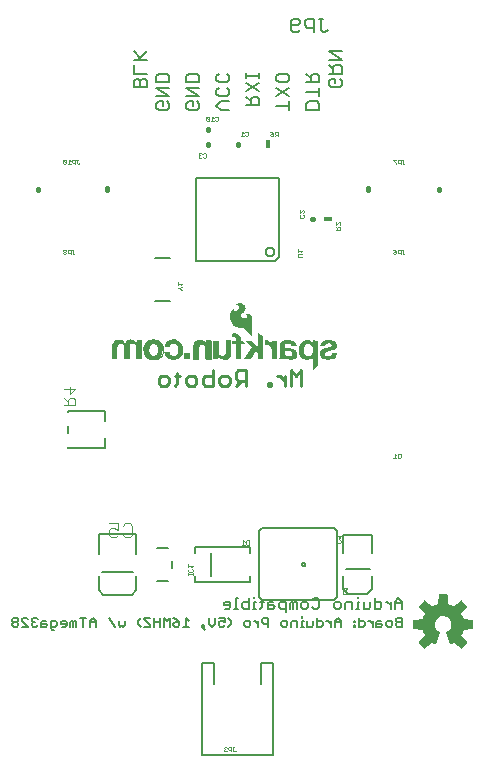
<source format=gbr>
G04 EAGLE Gerber RS-274X export*
G75*
%MOMM*%
%FSLAX34Y34*%
%LPD*%
%INSilkscreen Bottom*%
%IPPOS*%
%AMOC8*
5,1,8,0,0,1.08239X$1,22.5*%
G01*
%ADD10C,0.406400*%
%ADD11C,0.203200*%
%ADD12C,0.228600*%
%ADD13C,0.127000*%
%ADD14C,0.152400*%
%ADD15C,0.025400*%
%ADD16R,0.711200X0.406400*%
%ADD17C,0.076200*%
%ADD18R,0.406400X0.711200*%
%ADD19C,0.101600*%
%ADD20R,0.495300X0.485100*%

G36*
X443467Y93866D02*
X443467Y93866D01*
X443575Y93876D01*
X443588Y93882D01*
X443602Y93884D01*
X443699Y93932D01*
X443798Y93977D01*
X443811Y93988D01*
X443820Y93992D01*
X443835Y94007D01*
X443912Y94070D01*
X448220Y98378D01*
X448283Y98466D01*
X448349Y98552D01*
X448354Y98565D01*
X448362Y98577D01*
X448393Y98680D01*
X448429Y98783D01*
X448429Y98797D01*
X448433Y98810D01*
X448429Y98918D01*
X448430Y99027D01*
X448425Y99040D01*
X448425Y99054D01*
X448387Y99155D01*
X448352Y99258D01*
X448343Y99273D01*
X448339Y99282D01*
X448325Y99299D01*
X448271Y99382D01*
X443457Y105285D01*
X444535Y107380D01*
X444542Y107399D01*
X444583Y107494D01*
X445301Y109738D01*
X452880Y110508D01*
X452984Y110536D01*
X453090Y110561D01*
X453102Y110568D01*
X453115Y110571D01*
X453205Y110632D01*
X453298Y110689D01*
X453306Y110700D01*
X453318Y110708D01*
X453384Y110794D01*
X453453Y110878D01*
X453457Y110891D01*
X453466Y110902D01*
X453500Y111005D01*
X453539Y111106D01*
X453540Y111124D01*
X453544Y111133D01*
X453543Y111154D01*
X453553Y111253D01*
X453553Y117347D01*
X453536Y117455D01*
X453522Y117562D01*
X453516Y117574D01*
X453514Y117588D01*
X453462Y117684D01*
X453415Y117781D01*
X453405Y117791D01*
X453399Y117803D01*
X453319Y117877D01*
X453243Y117954D01*
X453231Y117960D01*
X453221Y117970D01*
X453122Y118015D01*
X453024Y118063D01*
X453007Y118067D01*
X452998Y118071D01*
X452977Y118073D01*
X452880Y118092D01*
X445301Y118862D01*
X444583Y121106D01*
X444574Y121124D01*
X444535Y121220D01*
X443457Y123315D01*
X448271Y129219D01*
X448325Y129313D01*
X448382Y129405D01*
X448385Y129418D01*
X448392Y129430D01*
X448413Y129537D01*
X448438Y129642D01*
X448436Y129656D01*
X448439Y129670D01*
X448424Y129777D01*
X448414Y129885D01*
X448408Y129898D01*
X448406Y129912D01*
X448358Y130009D01*
X448313Y130108D01*
X448302Y130121D01*
X448298Y130130D01*
X448283Y130145D01*
X448220Y130222D01*
X443912Y134530D01*
X443824Y134593D01*
X443738Y134659D01*
X443725Y134664D01*
X443713Y134672D01*
X443610Y134703D01*
X443507Y134739D01*
X443493Y134739D01*
X443480Y134743D01*
X443372Y134739D01*
X443263Y134740D01*
X443250Y134735D01*
X443236Y134735D01*
X443135Y134697D01*
X443032Y134662D01*
X443017Y134653D01*
X443008Y134649D01*
X442991Y134635D01*
X442909Y134581D01*
X437005Y129767D01*
X434910Y130845D01*
X434891Y130852D01*
X434796Y130893D01*
X432552Y131611D01*
X431782Y139190D01*
X431754Y139294D01*
X431729Y139400D01*
X431722Y139412D01*
X431719Y139425D01*
X431658Y139515D01*
X431601Y139608D01*
X431590Y139616D01*
X431582Y139628D01*
X431496Y139694D01*
X431412Y139763D01*
X431399Y139767D01*
X431388Y139776D01*
X431285Y139810D01*
X431184Y139849D01*
X431166Y139850D01*
X431157Y139854D01*
X431136Y139853D01*
X431037Y139863D01*
X424943Y139863D01*
X424835Y139846D01*
X424728Y139832D01*
X424716Y139826D01*
X424702Y139824D01*
X424606Y139772D01*
X424509Y139725D01*
X424499Y139715D01*
X424487Y139709D01*
X424413Y139629D01*
X424336Y139553D01*
X424330Y139541D01*
X424320Y139531D01*
X424275Y139432D01*
X424227Y139334D01*
X424223Y139317D01*
X424219Y139308D01*
X424217Y139287D01*
X424198Y139190D01*
X423428Y131611D01*
X421184Y130893D01*
X421166Y130884D01*
X421070Y130845D01*
X418975Y129767D01*
X413072Y134581D01*
X412977Y134635D01*
X412885Y134692D01*
X412872Y134695D01*
X412860Y134702D01*
X412753Y134723D01*
X412648Y134748D01*
X412634Y134746D01*
X412620Y134749D01*
X412513Y134734D01*
X412405Y134724D01*
X412392Y134718D01*
X412379Y134716D01*
X412281Y134668D01*
X412182Y134623D01*
X412169Y134612D01*
X412160Y134608D01*
X412145Y134593D01*
X412068Y134530D01*
X407760Y130222D01*
X407697Y130134D01*
X407631Y130048D01*
X407626Y130035D01*
X407618Y130023D01*
X407587Y129920D01*
X407551Y129817D01*
X407551Y129803D01*
X407547Y129790D01*
X407551Y129682D01*
X407550Y129573D01*
X407555Y129560D01*
X407555Y129546D01*
X407593Y129445D01*
X407628Y129342D01*
X407637Y129327D01*
X407641Y129318D01*
X407655Y129301D01*
X407709Y129219D01*
X412523Y123315D01*
X411445Y121220D01*
X411438Y121201D01*
X411397Y121106D01*
X410679Y118862D01*
X403100Y118092D01*
X402996Y118064D01*
X402890Y118039D01*
X402878Y118032D01*
X402865Y118029D01*
X402775Y117968D01*
X402682Y117911D01*
X402674Y117900D01*
X402662Y117892D01*
X402596Y117806D01*
X402528Y117722D01*
X402523Y117709D01*
X402514Y117698D01*
X402480Y117595D01*
X402441Y117494D01*
X402440Y117476D01*
X402436Y117467D01*
X402437Y117446D01*
X402427Y117347D01*
X402427Y111253D01*
X402445Y111145D01*
X402458Y111038D01*
X402464Y111026D01*
X402466Y111012D01*
X402518Y110916D01*
X402565Y110819D01*
X402575Y110809D01*
X402581Y110797D01*
X402661Y110723D01*
X402737Y110646D01*
X402749Y110640D01*
X402760Y110630D01*
X402858Y110585D01*
X402956Y110537D01*
X402973Y110533D01*
X402982Y110529D01*
X403003Y110527D01*
X403100Y110508D01*
X410679Y109738D01*
X411397Y107494D01*
X411406Y107476D01*
X411445Y107380D01*
X412523Y105285D01*
X407709Y99382D01*
X407655Y99287D01*
X407598Y99195D01*
X407595Y99182D01*
X407588Y99170D01*
X407567Y99063D01*
X407542Y98958D01*
X407544Y98944D01*
X407541Y98930D01*
X407556Y98823D01*
X407566Y98715D01*
X407572Y98702D01*
X407574Y98689D01*
X407622Y98591D01*
X407667Y98492D01*
X407678Y98479D01*
X407682Y98470D01*
X407697Y98455D01*
X407760Y98378D01*
X412068Y94070D01*
X412156Y94007D01*
X412242Y93941D01*
X412255Y93936D01*
X412267Y93928D01*
X412370Y93897D01*
X412473Y93861D01*
X412487Y93861D01*
X412500Y93857D01*
X412608Y93861D01*
X412717Y93860D01*
X412730Y93865D01*
X412744Y93865D01*
X412845Y93903D01*
X412948Y93938D01*
X412963Y93947D01*
X412972Y93951D01*
X412989Y93965D01*
X413072Y94019D01*
X418975Y98833D01*
X421069Y97754D01*
X421122Y97737D01*
X421171Y97711D01*
X421237Y97700D01*
X421301Y97679D01*
X421357Y97680D01*
X421411Y97671D01*
X421478Y97682D01*
X421545Y97683D01*
X421597Y97701D01*
X421652Y97710D01*
X421711Y97742D01*
X421775Y97764D01*
X421819Y97799D01*
X421868Y97825D01*
X421913Y97874D01*
X421966Y97916D01*
X421997Y97963D01*
X422035Y98003D01*
X422091Y98108D01*
X422099Y98121D01*
X422100Y98126D01*
X422104Y98133D01*
X425692Y106795D01*
X425717Y106900D01*
X425745Y107005D01*
X425744Y107019D01*
X425748Y107033D01*
X425737Y107140D01*
X425731Y107248D01*
X425725Y107261D01*
X425724Y107276D01*
X425679Y107374D01*
X425639Y107474D01*
X425629Y107485D01*
X425623Y107498D01*
X425550Y107577D01*
X425479Y107658D01*
X425463Y107669D01*
X425456Y107676D01*
X425437Y107687D01*
X425356Y107741D01*
X424013Y108467D01*
X422906Y109402D01*
X422013Y110544D01*
X421371Y111845D01*
X421009Y113248D01*
X420942Y114696D01*
X421171Y116127D01*
X421688Y117482D01*
X422471Y118702D01*
X423486Y119736D01*
X424692Y120542D01*
X426036Y121084D01*
X427463Y121340D01*
X428912Y121299D01*
X430322Y120963D01*
X431634Y120347D01*
X432792Y119475D01*
X433748Y118385D01*
X434461Y117123D01*
X434901Y115742D01*
X435050Y114298D01*
X434915Y112923D01*
X434513Y111598D01*
X433860Y110378D01*
X432982Y109308D01*
X431913Y108430D01*
X430627Y107743D01*
X430540Y107676D01*
X430451Y107612D01*
X430443Y107602D01*
X430433Y107594D01*
X430372Y107503D01*
X430308Y107414D01*
X430305Y107402D01*
X430298Y107391D01*
X430269Y107285D01*
X430237Y107181D01*
X430238Y107168D01*
X430234Y107156D01*
X430242Y107046D01*
X430245Y106937D01*
X430250Y106921D01*
X430250Y106912D01*
X430258Y106893D01*
X430288Y106795D01*
X433876Y98133D01*
X433905Y98086D01*
X433926Y98034D01*
X433969Y97983D01*
X434005Y97926D01*
X434048Y97891D01*
X434084Y97848D01*
X434141Y97814D01*
X434193Y97771D01*
X434245Y97752D01*
X434293Y97723D01*
X434359Y97709D01*
X434422Y97685D01*
X434477Y97683D01*
X434532Y97672D01*
X434598Y97679D01*
X434665Y97677D01*
X434719Y97693D01*
X434774Y97700D01*
X434885Y97744D01*
X434899Y97748D01*
X434903Y97751D01*
X434911Y97754D01*
X437005Y98833D01*
X442909Y94019D01*
X443003Y93965D01*
X443095Y93908D01*
X443108Y93905D01*
X443120Y93898D01*
X443227Y93877D01*
X443332Y93852D01*
X443346Y93854D01*
X443360Y93851D01*
X443467Y93866D01*
G37*
G36*
X266262Y358185D02*
X266262Y358185D01*
X266304Y358200D01*
X266306Y358205D01*
X266310Y358207D01*
X266339Y358280D01*
X266343Y358291D01*
X266343Y358292D01*
X266343Y373456D01*
X266341Y373461D01*
X266343Y373467D01*
X266273Y374298D01*
X266267Y374309D01*
X266268Y374324D01*
X266028Y375123D01*
X266020Y375133D01*
X266018Y375147D01*
X265617Y375879D01*
X265607Y375887D01*
X265602Y375900D01*
X265132Y376450D01*
X265121Y376455D01*
X265114Y376467D01*
X264544Y376912D01*
X264532Y376915D01*
X264522Y376925D01*
X263874Y377246D01*
X263862Y377247D01*
X263850Y377255D01*
X263151Y377439D01*
X263140Y377438D01*
X263129Y377443D01*
X262189Y377516D01*
X262180Y377513D01*
X262169Y377516D01*
X261229Y377443D01*
X261225Y377441D01*
X261219Y377442D01*
X260736Y377366D01*
X260697Y377341D01*
X260657Y377320D01*
X260656Y377316D01*
X260653Y377314D01*
X260643Y377269D01*
X260631Y377225D01*
X260633Y377221D01*
X260632Y377217D01*
X260657Y377179D01*
X260681Y377140D01*
X260685Y377139D01*
X260687Y377136D01*
X260728Y377127D01*
X260768Y377115D01*
X260926Y377131D01*
X261064Y377103D01*
X261197Y377032D01*
X262021Y376433D01*
X262139Y376319D01*
X262211Y376181D01*
X262304Y375766D01*
X262304Y375338D01*
X262211Y374922D01*
X262005Y374518D01*
X261692Y374190D01*
X261086Y373825D01*
X260408Y373618D01*
X259697Y373583D01*
X259087Y373680D01*
X258501Y373878D01*
X257958Y374171D01*
X257533Y374536D01*
X257218Y374996D01*
X257032Y375521D01*
X256989Y376077D01*
X257091Y376625D01*
X257331Y377128D01*
X257701Y377563D01*
X257899Y377773D01*
X258494Y378404D01*
X259089Y379035D01*
X259154Y379104D01*
X259157Y379114D01*
X259166Y379120D01*
X260353Y380878D01*
X260355Y380891D01*
X260365Y380901D01*
X260645Y381589D01*
X260644Y381604D01*
X260653Y381619D01*
X260752Y382354D01*
X260748Y382369D01*
X260753Y382386D01*
X260666Y383123D01*
X260658Y383136D01*
X260658Y383154D01*
X260391Y383846D01*
X260380Y383857D01*
X260376Y383874D01*
X259945Y384477D01*
X259935Y384484D01*
X259929Y384496D01*
X259233Y385154D01*
X259225Y385157D01*
X259220Y385165D01*
X258443Y385725D01*
X258433Y385728D01*
X258425Y385736D01*
X257645Y386124D01*
X257633Y386125D01*
X257622Y386133D01*
X256782Y386364D01*
X256770Y386363D01*
X256758Y386369D01*
X255890Y386435D01*
X255880Y386431D01*
X255868Y386435D01*
X254968Y386349D01*
X254959Y386345D01*
X254949Y386346D01*
X254071Y386126D01*
X254063Y386120D01*
X254051Y386119D01*
X253823Y386018D01*
X253467Y385866D01*
X253466Y385866D01*
X252962Y385645D01*
X252952Y385634D01*
X252935Y385629D01*
X252500Y385291D01*
X252497Y385284D01*
X252489Y385280D01*
X252464Y385255D01*
X252461Y385254D01*
X252426Y385162D01*
X252467Y385073D01*
X252552Y385040D01*
X253155Y385040D01*
X253666Y384983D01*
X254156Y384844D01*
X254637Y384589D01*
X255032Y384219D01*
X255318Y383759D01*
X255475Y383240D01*
X255487Y382937D01*
X255428Y382637D01*
X255222Y382143D01*
X254939Y381685D01*
X254588Y381275D01*
X254176Y380921D01*
X253274Y380270D01*
X252786Y380021D01*
X252257Y379923D01*
X251718Y379981D01*
X251544Y380046D01*
X251183Y380295D01*
X250909Y380634D01*
X250865Y380737D01*
X250849Y380857D01*
X250849Y381737D01*
X250832Y381778D01*
X250818Y381820D01*
X250813Y381823D01*
X250811Y381828D01*
X250770Y381844D01*
X250730Y381863D01*
X250724Y381861D01*
X250719Y381863D01*
X250692Y381851D01*
X250643Y381835D01*
X249517Y380914D01*
X249511Y380902D01*
X249499Y380895D01*
X248592Y379758D01*
X248589Y379747D01*
X248580Y379739D01*
X248078Y378805D01*
X248077Y378795D01*
X248071Y378787D01*
X247713Y377790D01*
X247713Y377780D01*
X247708Y377771D01*
X247501Y376732D01*
X247503Y376722D01*
X247502Y376720D01*
X247503Y376720D01*
X247499Y376711D01*
X247439Y374783D01*
X247443Y374772D01*
X247440Y374760D01*
X247728Y372853D01*
X247734Y372843D01*
X247734Y372831D01*
X248362Y371007D01*
X248369Y370998D01*
X248371Y370986D01*
X249318Y369305D01*
X249326Y369299D01*
X249329Y369288D01*
X250214Y368181D01*
X250221Y368178D01*
X250223Y368172D01*
X250224Y368172D01*
X250226Y368168D01*
X251257Y367196D01*
X251265Y367193D01*
X251271Y367185D01*
X252428Y366368D01*
X252438Y366366D01*
X252446Y366358D01*
X253676Y365758D01*
X253687Y365757D01*
X253697Y365749D01*
X255016Y365381D01*
X255027Y365383D01*
X255038Y365377D01*
X256402Y365253D01*
X256407Y365255D01*
X256413Y365253D01*
X258688Y365253D01*
X259056Y365188D01*
X259407Y365061D01*
X260397Y364472D01*
X261251Y363690D01*
X266123Y358208D01*
X266127Y358206D01*
X266129Y358201D01*
X266171Y358185D01*
X266212Y358166D01*
X266216Y358168D01*
X266221Y358166D01*
X266262Y358185D01*
G37*
G36*
X317629Y329491D02*
X317629Y329491D01*
X317631Y329490D01*
X317652Y329499D01*
X317712Y329522D01*
X321852Y333256D01*
X321854Y333262D01*
X321860Y333265D01*
X321884Y333325D01*
X321893Y333346D01*
X321892Y333348D01*
X321893Y333350D01*
X321893Y353924D01*
X321878Y353961D01*
X321868Y354000D01*
X321859Y354006D01*
X321855Y354015D01*
X321827Y354026D01*
X321791Y354048D01*
X317905Y354784D01*
X317890Y354781D01*
X317875Y354786D01*
X317843Y354771D01*
X317808Y354763D01*
X317800Y354750D01*
X317787Y354744D01*
X317772Y354705D01*
X317756Y354680D01*
X317759Y354669D01*
X317755Y354658D01*
X317779Y352741D01*
X317645Y352890D01*
X317644Y352891D01*
X317644Y352892D01*
X316755Y353857D01*
X316749Y353859D01*
X316745Y353866D01*
X316402Y354167D01*
X316391Y354171D01*
X316383Y354181D01*
X315989Y354414D01*
X315980Y354415D01*
X315972Y354422D01*
X314651Y354955D01*
X314640Y354955D01*
X314630Y354962D01*
X314148Y355064D01*
X314136Y355061D01*
X314124Y355066D01*
X312143Y355091D01*
X312132Y355087D01*
X312120Y355089D01*
X311035Y354906D01*
X311025Y354899D01*
X311011Y354899D01*
X309986Y354499D01*
X309979Y354491D01*
X309967Y354489D01*
X309065Y353948D01*
X309060Y353942D01*
X309051Y353939D01*
X308227Y353286D01*
X308221Y353276D01*
X308211Y353271D01*
X307419Y352381D01*
X307415Y352368D01*
X307403Y352359D01*
X306824Y351318D01*
X306822Y351306D01*
X306814Y351295D01*
X306140Y349182D01*
X306141Y349171D01*
X306135Y349160D01*
X305852Y346960D01*
X305855Y346949D01*
X305851Y346937D01*
X305969Y344722D01*
X305974Y344712D01*
X305972Y344700D01*
X306295Y343324D01*
X306302Y343315D01*
X306302Y343303D01*
X306858Y342003D01*
X306866Y341995D01*
X306868Y341984D01*
X307640Y340799D01*
X307649Y340793D01*
X307654Y340782D01*
X308311Y340075D01*
X308321Y340071D01*
X308327Y340061D01*
X309095Y339476D01*
X309106Y339474D01*
X309113Y339465D01*
X309969Y339019D01*
X309980Y339018D01*
X309989Y339010D01*
X310908Y338716D01*
X310918Y338717D01*
X310928Y338711D01*
X312140Y338522D01*
X312149Y338524D01*
X312158Y338521D01*
X313385Y338504D01*
X313393Y338507D01*
X313403Y338505D01*
X314620Y338660D01*
X314630Y338665D01*
X314642Y338665D01*
X315486Y338929D01*
X315496Y338937D01*
X315511Y338940D01*
X316280Y339377D01*
X316288Y339387D01*
X316302Y339392D01*
X316962Y339982D01*
X316968Y339994D01*
X316980Y340002D01*
X317500Y340718D01*
X317501Y340720D01*
X317501Y329616D01*
X317519Y329572D01*
X317536Y329529D01*
X317538Y329528D01*
X317539Y329525D01*
X317583Y329508D01*
X317627Y329490D01*
X317629Y329491D01*
G37*
G36*
X152199Y338838D02*
X152199Y338838D01*
X152201Y338837D01*
X152244Y338857D01*
X152288Y338875D01*
X152288Y338877D01*
X152290Y338878D01*
X152323Y338963D01*
X152323Y349242D01*
X152430Y350122D01*
X152742Y350944D01*
X153003Y351328D01*
X153346Y351641D01*
X153752Y351867D01*
X154200Y351995D01*
X155104Y352063D01*
X156007Y351971D01*
X156417Y351845D01*
X156789Y351635D01*
X156804Y351621D01*
X156945Y351495D01*
X157085Y351368D01*
X157107Y351349D01*
X157492Y350821D01*
X157765Y350226D01*
X157914Y349587D01*
X157989Y348484D01*
X157989Y338963D01*
X157990Y338961D01*
X157989Y338959D01*
X158009Y338916D01*
X158027Y338872D01*
X158029Y338872D01*
X158030Y338870D01*
X158115Y338837D01*
X162433Y338837D01*
X162435Y338838D01*
X162437Y338837D01*
X162480Y338857D01*
X162524Y338875D01*
X162524Y338877D01*
X162526Y338878D01*
X162559Y338963D01*
X162559Y349522D01*
X162639Y350185D01*
X162870Y350804D01*
X163240Y351351D01*
X163587Y351669D01*
X163996Y351902D01*
X164446Y352038D01*
X164923Y352070D01*
X165771Y352020D01*
X166211Y351938D01*
X166615Y351760D01*
X166970Y351494D01*
X167789Y350550D01*
X168073Y350012D01*
X168204Y349421D01*
X168174Y348799D01*
X168175Y348796D01*
X168174Y348793D01*
X168174Y338988D01*
X168175Y338986D01*
X168174Y338984D01*
X168194Y338941D01*
X168212Y338897D01*
X168214Y338897D01*
X168215Y338895D01*
X168300Y338862D01*
X172618Y338862D01*
X172620Y338863D01*
X172622Y338862D01*
X172665Y338882D01*
X172709Y338900D01*
X172709Y338902D01*
X172711Y338903D01*
X172744Y338988D01*
X172744Y355041D01*
X172743Y355043D01*
X172744Y355045D01*
X172724Y355088D01*
X172706Y355132D01*
X172704Y355132D01*
X172703Y355134D01*
X172618Y355167D01*
X168631Y355167D01*
X168629Y355166D01*
X168627Y355167D01*
X168584Y355147D01*
X168540Y355129D01*
X168540Y355127D01*
X168538Y355126D01*
X168505Y355041D01*
X168505Y352988D01*
X168474Y352995D01*
X168172Y353391D01*
X168166Y353394D01*
X168163Y353402D01*
X167401Y354189D01*
X167393Y354192D01*
X167389Y354199D01*
X166627Y354811D01*
X166613Y354815D01*
X166601Y354828D01*
X165711Y355232D01*
X165699Y355232D01*
X165688Y355240D01*
X164596Y355494D01*
X164587Y355493D01*
X164579Y355497D01*
X163207Y355624D01*
X163197Y355621D01*
X163186Y355624D01*
X162229Y355555D01*
X162218Y355549D01*
X162204Y355550D01*
X161281Y355290D01*
X161271Y355282D01*
X161258Y355280D01*
X160468Y354877D01*
X160460Y354868D01*
X160447Y354864D01*
X159749Y354318D01*
X159743Y354307D01*
X159731Y354301D01*
X159149Y353632D01*
X159146Y353620D01*
X159135Y353612D01*
X158755Y352954D01*
X158713Y352996D01*
X158258Y353477D01*
X158255Y353478D01*
X158254Y353481D01*
X157466Y354240D01*
X157457Y354243D01*
X157452Y354252D01*
X156563Y354890D01*
X156552Y354892D01*
X156544Y354900D01*
X155739Y355294D01*
X155727Y355294D01*
X155716Y355302D01*
X154851Y355534D01*
X154839Y355532D01*
X154827Y355538D01*
X153933Y355599D01*
X153924Y355596D01*
X153913Y355599D01*
X152634Y355492D01*
X152627Y355488D01*
X152620Y355490D01*
X151360Y355241D01*
X151351Y355235D01*
X151339Y355235D01*
X150473Y354909D01*
X150463Y354899D01*
X150448Y354896D01*
X149674Y354389D01*
X149667Y354377D01*
X149653Y354371D01*
X149007Y353707D01*
X149004Y353697D01*
X149000Y353696D01*
X148999Y353692D01*
X148991Y353686D01*
X148403Y352747D01*
X148401Y352734D01*
X148391Y352724D01*
X148005Y351685D01*
X148006Y351672D01*
X147999Y351660D01*
X147830Y350564D01*
X147833Y350555D01*
X147829Y350545D01*
X147829Y338963D01*
X147830Y338961D01*
X147829Y338959D01*
X147849Y338916D01*
X147867Y338872D01*
X147869Y338872D01*
X147870Y338870D01*
X147955Y338837D01*
X152197Y338837D01*
X152199Y338838D01*
G37*
G36*
X300079Y338507D02*
X300079Y338507D01*
X300090Y338512D01*
X300104Y338510D01*
X301476Y338818D01*
X301487Y338826D01*
X301502Y338827D01*
X302771Y339433D01*
X302780Y339443D01*
X302794Y339447D01*
X303242Y339789D01*
X303248Y339799D01*
X303260Y339805D01*
X303637Y340225D01*
X303641Y340236D01*
X303651Y340244D01*
X303943Y340727D01*
X303945Y340738D01*
X303953Y340748D01*
X304326Y341741D01*
X304326Y341752D01*
X304332Y341763D01*
X304521Y342807D01*
X304518Y342818D01*
X304523Y342830D01*
X304520Y343891D01*
X304517Y343898D01*
X304519Y343901D01*
X304516Y343908D01*
X304517Y343918D01*
X304311Y344859D01*
X304302Y344871D01*
X304301Y344888D01*
X303872Y345750D01*
X303862Y345759D01*
X303857Y345774D01*
X303359Y346383D01*
X303354Y346386D01*
X303352Y346390D01*
X303346Y346392D01*
X303341Y346401D01*
X302731Y346899D01*
X302719Y346902D01*
X302710Y346913D01*
X302014Y347279D01*
X302003Y347280D01*
X301994Y347287D01*
X300509Y347771D01*
X300501Y347770D01*
X300492Y347775D01*
X298955Y348053D01*
X298951Y348052D01*
X298946Y348055D01*
X296740Y348283D01*
X295434Y348509D01*
X294965Y348674D01*
X294537Y348920D01*
X294253Y349181D01*
X294193Y349268D01*
X294151Y349365D01*
X294040Y349886D01*
X294040Y350417D01*
X294151Y350938D01*
X294290Y351252D01*
X294489Y351531D01*
X294742Y351765D01*
X295056Y351958D01*
X295402Y352086D01*
X295771Y352147D01*
X297126Y352197D01*
X297713Y352143D01*
X298274Y351978D01*
X298738Y351723D01*
X299128Y351367D01*
X299423Y350929D01*
X299607Y350434D01*
X299670Y349903D01*
X299670Y349860D01*
X299671Y349858D01*
X299670Y349856D01*
X299690Y349813D01*
X299708Y349769D01*
X299710Y349769D01*
X299711Y349767D01*
X299796Y349734D01*
X303937Y349734D01*
X303938Y349732D01*
X303980Y349722D01*
X304022Y349708D01*
X304028Y349711D01*
X304034Y349710D01*
X304059Y349726D01*
X304104Y349747D01*
X304129Y349772D01*
X304129Y349773D01*
X304145Y349815D01*
X304164Y349864D01*
X304164Y349865D01*
X304144Y349907D01*
X304125Y349950D01*
X304003Y350841D01*
X303997Y350852D01*
X303997Y350867D01*
X303663Y351808D01*
X303654Y351818D01*
X303651Y351832D01*
X303132Y352685D01*
X303121Y352693D01*
X303116Y352706D01*
X302433Y353436D01*
X302421Y353441D01*
X302413Y353453D01*
X301596Y354027D01*
X301584Y354030D01*
X301575Y354039D01*
X300417Y354568D01*
X300407Y354568D01*
X300398Y354575D01*
X299169Y354909D01*
X299160Y354908D01*
X299151Y354912D01*
X297411Y355126D01*
X297403Y355123D01*
X297395Y355126D01*
X295641Y355118D01*
X295634Y355115D01*
X295625Y355117D01*
X293886Y354887D01*
X293878Y354882D01*
X293867Y354883D01*
X292453Y354458D01*
X292444Y354450D01*
X292430Y354449D01*
X291127Y353755D01*
X291118Y353745D01*
X291104Y353740D01*
X290542Y353257D01*
X290535Y353243D01*
X290521Y353234D01*
X290094Y352629D01*
X290091Y352614D01*
X290079Y352602D01*
X289812Y351911D01*
X289813Y351896D01*
X289805Y351881D01*
X289714Y351146D01*
X289716Y351138D01*
X289713Y351130D01*
X289713Y346304D01*
X289714Y346302D01*
X289713Y346300D01*
X289720Y346285D01*
X289688Y346201D01*
X289713Y341863D01*
X289611Y340526D01*
X289262Y339231D01*
X289188Y339032D01*
X289189Y339007D01*
X289180Y338984D01*
X289191Y338960D01*
X289192Y338934D01*
X289211Y338917D01*
X289221Y338895D01*
X289248Y338884D01*
X289266Y338868D01*
X289285Y338870D01*
X289306Y338862D01*
X293340Y338862D01*
X293376Y338859D01*
X293404Y338868D01*
X293444Y338872D01*
X293481Y338891D01*
X293500Y338913D01*
X293532Y338937D01*
X293554Y338973D01*
X293556Y338990D01*
X293568Y339006D01*
X293644Y339286D01*
X293643Y339289D01*
X293645Y339292D01*
X293872Y340321D01*
X293882Y340344D01*
X293888Y340350D01*
X293896Y340352D01*
X293905Y340351D01*
X293929Y340335D01*
X294756Y339632D01*
X294767Y339628D01*
X294776Y339618D01*
X295727Y339078D01*
X295738Y339077D01*
X295748Y339069D01*
X296783Y338716D01*
X296795Y338717D01*
X296805Y338711D01*
X298423Y338470D01*
X298433Y338473D01*
X298444Y338469D01*
X300079Y338507D01*
G37*
G36*
X275212Y338736D02*
X275212Y338736D01*
X275215Y338735D01*
X275298Y338772D01*
X275349Y338823D01*
X275351Y338826D01*
X275353Y338827D01*
X275386Y338912D01*
X275386Y358242D01*
X275378Y358261D01*
X275380Y358281D01*
X275359Y358308D01*
X275348Y358333D01*
X275334Y358338D01*
X275323Y358352D01*
X271183Y360714D01*
X271148Y360718D01*
X271116Y360730D01*
X271101Y360723D01*
X271085Y360725D01*
X271058Y360703D01*
X271027Y360689D01*
X271020Y360673D01*
X271008Y360663D01*
X271006Y360636D01*
X270994Y360604D01*
X270994Y349174D01*
X265519Y354648D01*
X265516Y354650D01*
X265515Y354652D01*
X265430Y354685D01*
X260756Y354685D01*
X260754Y354685D01*
X260753Y354685D01*
X260709Y354665D01*
X260665Y354647D01*
X260665Y354645D01*
X260663Y354644D01*
X260647Y354600D01*
X260630Y354555D01*
X260631Y354553D01*
X260630Y354552D01*
X260668Y354469D01*
X266359Y348903D01*
X259762Y339008D01*
X259755Y338970D01*
X259741Y338933D01*
X259746Y338923D01*
X259744Y338911D01*
X259766Y338880D01*
X259783Y338844D01*
X259794Y338840D01*
X259800Y338831D01*
X259830Y338826D01*
X259868Y338812D01*
X264948Y338837D01*
X264965Y338844D01*
X264983Y338842D01*
X265012Y338864D01*
X265038Y338876D01*
X265043Y338888D01*
X265055Y338898D01*
X269288Y345876D01*
X270943Y344269D01*
X270943Y338861D01*
X270944Y338859D01*
X270943Y338857D01*
X270963Y338814D01*
X270981Y338770D01*
X270983Y338770D01*
X270984Y338768D01*
X271069Y338735D01*
X275209Y338735D01*
X275212Y338736D01*
G37*
G36*
X243644Y338435D02*
X243644Y338435D01*
X243655Y338432D01*
X244688Y338579D01*
X244699Y338585D01*
X244712Y338585D01*
X245698Y338928D01*
X245707Y338936D01*
X245720Y338938D01*
X246622Y339464D01*
X246629Y339474D01*
X246642Y339479D01*
X246896Y339707D01*
X246902Y339718D01*
X246913Y339726D01*
X247574Y340611D01*
X247576Y340622D01*
X247586Y340631D01*
X248074Y341621D01*
X248074Y341633D01*
X248082Y341643D01*
X248382Y342706D01*
X248380Y342717D01*
X248386Y342729D01*
X248487Y343828D01*
X248485Y343834D01*
X248487Y343840D01*
X248487Y354635D01*
X248486Y354637D01*
X248487Y354639D01*
X248467Y354682D01*
X248449Y354726D01*
X248447Y354726D01*
X248446Y354728D01*
X248361Y354761D01*
X244221Y354761D01*
X244219Y354760D01*
X244217Y354761D01*
X244174Y354741D01*
X244130Y354723D01*
X244130Y354721D01*
X244128Y354720D01*
X244095Y354635D01*
X244095Y344638D01*
X243946Y343808D01*
X243603Y343040D01*
X243331Y342678D01*
X242990Y342377D01*
X242595Y342152D01*
X241906Y341929D01*
X241187Y341849D01*
X240466Y341916D01*
X239775Y342128D01*
X239265Y342416D01*
X238834Y342813D01*
X238507Y343298D01*
X238298Y343848D01*
X238073Y345052D01*
X237997Y346282D01*
X237997Y354584D01*
X237996Y354586D01*
X237997Y354588D01*
X237977Y354631D01*
X237959Y354675D01*
X237957Y354675D01*
X237956Y354677D01*
X237871Y354710D01*
X233655Y354710D01*
X233653Y354709D01*
X233651Y354710D01*
X233608Y354690D01*
X233564Y354672D01*
X233564Y354670D01*
X233562Y354669D01*
X233529Y354584D01*
X233529Y338963D01*
X233530Y338961D01*
X233529Y338959D01*
X233549Y338916D01*
X233567Y338872D01*
X233569Y338872D01*
X233570Y338870D01*
X233655Y338837D01*
X237668Y338837D01*
X237670Y338838D01*
X237672Y338837D01*
X237715Y338857D01*
X237759Y338875D01*
X237759Y338877D01*
X237761Y338878D01*
X237794Y338963D01*
X237794Y341020D01*
X238301Y340379D01*
X238309Y340375D01*
X238313Y340366D01*
X239140Y339581D01*
X239149Y339578D01*
X239154Y339570D01*
X240084Y338911D01*
X240093Y338909D01*
X240101Y338901D01*
X240346Y338779D01*
X240357Y338778D01*
X240366Y338771D01*
X240628Y338690D01*
X240637Y338691D01*
X240646Y338686D01*
X242124Y338463D01*
X242132Y338465D01*
X242140Y338461D01*
X243634Y338431D01*
X243644Y338435D01*
G37*
G36*
X231167Y338762D02*
X231167Y338762D01*
X231169Y338761D01*
X231212Y338781D01*
X231256Y338799D01*
X231256Y338801D01*
X231258Y338802D01*
X231291Y338887D01*
X231291Y354609D01*
X231290Y354611D01*
X231291Y354613D01*
X231271Y354656D01*
X231253Y354700D01*
X231251Y354700D01*
X231250Y354702D01*
X231165Y354735D01*
X227127Y354735D01*
X227125Y354734D01*
X227123Y354735D01*
X227080Y354715D01*
X227036Y354697D01*
X227036Y354695D01*
X227034Y354694D01*
X227001Y354609D01*
X227001Y352541D01*
X226959Y352570D01*
X226845Y352706D01*
X226568Y353084D01*
X226564Y353086D01*
X226562Y353091D01*
X226160Y353564D01*
X226153Y353568D01*
X226149Y353576D01*
X225954Y353752D01*
X225814Y353878D01*
X225688Y353992D01*
X225678Y353995D01*
X225670Y354005D01*
X224772Y354572D01*
X224759Y354575D01*
X224748Y354584D01*
X223752Y354953D01*
X223739Y354953D01*
X223726Y354960D01*
X222674Y355115D01*
X222664Y355112D01*
X222653Y355116D01*
X220647Y355066D01*
X220637Y355062D01*
X220624Y355064D01*
X219647Y354858D01*
X219635Y354850D01*
X219619Y354849D01*
X218714Y354427D01*
X218705Y354416D01*
X218690Y354412D01*
X217905Y353794D01*
X217899Y353783D01*
X217887Y353777D01*
X217398Y353202D01*
X217395Y353191D01*
X217385Y353184D01*
X217001Y352535D01*
X216999Y352524D01*
X216991Y352515D01*
X216722Y351810D01*
X216722Y351801D01*
X216717Y351792D01*
X216477Y350685D01*
X216479Y350676D01*
X216475Y350668D01*
X216384Y349539D01*
X216386Y349534D01*
X216384Y349529D01*
X216384Y338988D01*
X216385Y338986D01*
X216384Y338984D01*
X216404Y338941D01*
X216422Y338897D01*
X216424Y338897D01*
X216425Y338895D01*
X216510Y338862D01*
X220599Y338862D01*
X220601Y338863D01*
X220603Y338862D01*
X220646Y338882D01*
X220690Y338900D01*
X220690Y338902D01*
X220692Y338903D01*
X220725Y338988D01*
X220725Y348634D01*
X220790Y349352D01*
X220981Y350040D01*
X221291Y350682D01*
X221587Y351069D01*
X221961Y351378D01*
X222396Y351595D01*
X222696Y351672D01*
X223012Y351689D01*
X224117Y351639D01*
X224673Y351552D01*
X225189Y351348D01*
X225646Y351034D01*
X226163Y350465D01*
X226526Y349786D01*
X226743Y349036D01*
X226823Y348253D01*
X226823Y338887D01*
X226824Y338885D01*
X226823Y338883D01*
X226843Y338840D01*
X226861Y338796D01*
X226863Y338796D01*
X226864Y338794D01*
X226949Y338761D01*
X231165Y338761D01*
X231167Y338762D01*
G37*
G36*
X182881Y338690D02*
X182881Y338690D01*
X182897Y338686D01*
X185894Y339092D01*
X185915Y339104D01*
X185944Y339110D01*
X188789Y340888D01*
X188803Y340909D01*
X188828Y340927D01*
X190428Y343416D01*
X190432Y343439D01*
X190447Y343464D01*
X191057Y347350D01*
X191051Y347372D01*
X191055Y347398D01*
X190242Y350954D01*
X190227Y350975D01*
X190218Y351004D01*
X188084Y353722D01*
X188062Y353734D01*
X188041Y353757D01*
X184663Y355434D01*
X184643Y355435D01*
X184622Y355446D01*
X183149Y355623D01*
X183142Y355621D01*
X183134Y355624D01*
X183083Y355624D01*
X183063Y355616D01*
X183037Y355615D01*
X182910Y355565D01*
X182889Y355545D01*
X182863Y355533D01*
X182854Y355511D01*
X182839Y355497D01*
X182840Y355473D01*
X182830Y355448D01*
X182830Y352527D01*
X182847Y352487D01*
X182859Y352446D01*
X182866Y352442D01*
X182868Y352436D01*
X182896Y352425D01*
X182939Y352402D01*
X184034Y352252D01*
X185182Y351617D01*
X185970Y350533D01*
X186366Y349644D01*
X186640Y348170D01*
X186691Y346311D01*
X186516Y345063D01*
X186141Y343914D01*
X185603Y342887D01*
X183955Y341879D01*
X182207Y341657D01*
X180456Y342249D01*
X180386Y342313D01*
X180108Y342566D01*
X179830Y342818D01*
X179691Y342944D01*
X179414Y343197D01*
X179413Y343197D01*
X179377Y343230D01*
X178834Y344440D01*
X178459Y345988D01*
X178459Y347413D01*
X178710Y349342D01*
X179454Y350954D01*
X180288Y351763D01*
X181241Y352276D01*
X182428Y352375D01*
X182524Y352375D01*
X182527Y352376D01*
X182530Y352375D01*
X182572Y352395D01*
X182615Y352413D01*
X182616Y352416D01*
X182619Y352418D01*
X182650Y352503D01*
X182624Y354091D01*
X182621Y354217D01*
X182621Y354218D01*
X182619Y354344D01*
X182617Y354470D01*
X182615Y354596D01*
X182613Y354722D01*
X182613Y354723D01*
X182611Y354849D01*
X182609Y354975D01*
X182607Y355101D01*
X182604Y355227D01*
X182604Y355228D01*
X182602Y355354D01*
X182600Y355475D01*
X182596Y355484D01*
X182599Y355493D01*
X182577Y355528D01*
X182560Y355565D01*
X182552Y355568D01*
X182547Y355576D01*
X182495Y355589D01*
X182468Y355599D01*
X182463Y355597D01*
X182458Y355598D01*
X180451Y355344D01*
X180440Y355338D01*
X180426Y355338D01*
X178800Y354779D01*
X178788Y354768D01*
X178769Y354764D01*
X176788Y353393D01*
X176780Y353380D01*
X176764Y353371D01*
X175672Y352101D01*
X175667Y352085D01*
X175653Y352070D01*
X174612Y349733D01*
X174611Y349716D01*
X174602Y349698D01*
X174322Y347513D01*
X174326Y347498D01*
X174322Y347482D01*
X174576Y345374D01*
X174580Y345366D01*
X174579Y345355D01*
X175265Y342891D01*
X175276Y342877D01*
X175280Y342858D01*
X176093Y341563D01*
X176105Y341554D01*
X176113Y341539D01*
X177307Y340396D01*
X177316Y340392D01*
X177321Y340384D01*
X178438Y339597D01*
X178455Y339593D01*
X178470Y339581D01*
X180324Y338946D01*
X180338Y338947D01*
X180352Y338939D01*
X182867Y338685D01*
X182881Y338690D01*
G37*
G36*
X330862Y338483D02*
X330862Y338483D01*
X330869Y338481D01*
X333435Y338659D01*
X333444Y338664D01*
X333454Y338662D01*
X334375Y338874D01*
X334386Y338882D01*
X334400Y338883D01*
X335257Y339280D01*
X335263Y339287D01*
X335272Y339289D01*
X336466Y340051D01*
X336471Y340057D01*
X336479Y340060D01*
X336994Y340491D01*
X336999Y340502D01*
X337011Y340508D01*
X337431Y341032D01*
X337435Y341043D01*
X337445Y341052D01*
X337754Y341648D01*
X337755Y341657D01*
X337762Y341665D01*
X338194Y342935D01*
X338193Y342945D01*
X338198Y342954D01*
X338300Y343538D01*
X338299Y343545D01*
X338302Y343551D01*
X338327Y343907D01*
X338326Y343911D01*
X338327Y343914D01*
X338326Y343916D01*
X338327Y343920D01*
X338315Y343946D01*
X338312Y343976D01*
X338311Y343977D01*
X338311Y343978D01*
X338300Y343987D01*
X338295Y344000D01*
X338289Y344003D01*
X338286Y344009D01*
X338256Y344021D01*
X338236Y344037D01*
X338234Y344037D01*
X338233Y344038D01*
X338218Y344037D01*
X338206Y344042D01*
X338204Y344041D01*
X338201Y344042D01*
X334340Y344042D01*
X334338Y344041D01*
X334336Y344042D01*
X334293Y344022D01*
X334249Y344004D01*
X334249Y344002D01*
X334247Y344001D01*
X334214Y343916D01*
X334214Y343869D01*
X334185Y343372D01*
X334039Y342910D01*
X333783Y342496D01*
X333679Y342391D01*
X333553Y342265D01*
X333341Y342053D01*
X332814Y341716D01*
X332227Y341499D01*
X331665Y341426D01*
X330335Y341426D01*
X329732Y341500D01*
X329165Y341697D01*
X328652Y342009D01*
X328365Y342293D01*
X328156Y342638D01*
X328039Y343023D01*
X328022Y343427D01*
X328107Y343822D01*
X328288Y344184D01*
X328553Y344488D01*
X328889Y344719D01*
X329996Y345189D01*
X331170Y345495D01*
X334801Y346358D01*
X334808Y346363D01*
X334817Y346363D01*
X335625Y346669D01*
X335632Y346675D01*
X335642Y346677D01*
X336393Y347104D01*
X336399Y347111D01*
X336409Y347115D01*
X337086Y347652D01*
X337091Y347662D01*
X337102Y347668D01*
X337439Y348053D01*
X337443Y348066D01*
X337454Y348075D01*
X337703Y348522D01*
X337704Y348535D01*
X337713Y348546D01*
X337865Y349035D01*
X337863Y349047D01*
X337870Y349060D01*
X337975Y350196D01*
X337972Y350209D01*
X337975Y350222D01*
X337846Y351356D01*
X337840Y351367D01*
X337841Y351381D01*
X337483Y352465D01*
X337475Y352474D01*
X337473Y352488D01*
X337174Y353010D01*
X337164Y353017D01*
X337159Y353030D01*
X336765Y353485D01*
X336754Y353490D01*
X336747Y353502D01*
X336271Y353871D01*
X336260Y353874D01*
X336251Y353883D01*
X334970Y354537D01*
X334959Y354538D01*
X334949Y354545D01*
X333571Y354956D01*
X333560Y354955D01*
X333548Y354961D01*
X332119Y355116D01*
X332112Y355114D01*
X332105Y355116D01*
X330302Y355116D01*
X330296Y355114D01*
X330289Y355116D01*
X328896Y354976D01*
X328887Y354971D01*
X328876Y354972D01*
X327525Y354604D01*
X327516Y354597D01*
X327502Y354595D01*
X326405Y354057D01*
X326396Y354047D01*
X326382Y354043D01*
X325423Y353286D01*
X325417Y353276D01*
X325406Y353271D01*
X325058Y352875D01*
X325056Y352870D01*
X325055Y352870D01*
X325054Y352866D01*
X325046Y352860D01*
X324760Y352418D01*
X324758Y352408D01*
X324751Y352401D01*
X324395Y351613D01*
X324395Y351608D01*
X324391Y351604D01*
X324188Y351046D01*
X324190Y351022D01*
X324185Y351010D01*
X324188Y351003D01*
X324183Y350978D01*
X324192Y350964D01*
X324183Y350952D01*
X324185Y350946D01*
X324181Y350939D01*
X324105Y350228D01*
X324107Y350222D01*
X324106Y350218D01*
X324107Y350216D01*
X324105Y350211D01*
X324122Y350174D01*
X324134Y350134D01*
X324142Y350130D01*
X324146Y350122D01*
X324196Y350102D01*
X324222Y350089D01*
X324226Y350091D01*
X324231Y350089D01*
X328117Y350089D01*
X328161Y350107D01*
X328205Y350125D01*
X328206Y350126D01*
X328208Y350127D01*
X328215Y350146D01*
X328243Y350207D01*
X328259Y350467D01*
X328314Y350710D01*
X328464Y351062D01*
X328682Y351375D01*
X328958Y351639D01*
X329380Y351910D01*
X329847Y352099D01*
X330343Y352197D01*
X331191Y352241D01*
X332039Y352197D01*
X332488Y352112D01*
X332912Y351955D01*
X333213Y351760D01*
X333446Y351492D01*
X333601Y351150D01*
X333649Y350778D01*
X333584Y350409D01*
X333400Y350048D01*
X333165Y349805D01*
X333117Y349755D01*
X332442Y349339D01*
X331690Y349067D01*
X329667Y348663D01*
X329666Y348662D01*
X329665Y348662D01*
X327942Y348281D01*
X327935Y348276D01*
X327926Y348276D01*
X326270Y347666D01*
X326264Y347660D01*
X326254Y347659D01*
X325498Y347254D01*
X325492Y347247D01*
X325483Y347244D01*
X324791Y346736D01*
X324786Y346726D01*
X324774Y346721D01*
X324442Y346371D01*
X324437Y346359D01*
X324426Y346350D01*
X324174Y345938D01*
X324172Y345924D01*
X324162Y345912D01*
X323825Y344909D01*
X323826Y344894D01*
X323818Y344880D01*
X323724Y343825D01*
X323727Y343816D01*
X323724Y343805D01*
X323800Y342764D01*
X323804Y342756D01*
X323803Y342746D01*
X323946Y342082D01*
X323952Y342072D01*
X323953Y342059D01*
X324219Y341434D01*
X324227Y341425D01*
X324230Y341413D01*
X324609Y340849D01*
X324619Y340842D01*
X324624Y340831D01*
X325350Y340088D01*
X325360Y340084D01*
X325366Y340073D01*
X326210Y339467D01*
X326220Y339465D01*
X326229Y339456D01*
X327164Y339005D01*
X327175Y339004D01*
X327185Y338997D01*
X328185Y338715D01*
X328193Y338716D01*
X328202Y338711D01*
X329516Y338529D01*
X329523Y338531D01*
X329529Y338528D01*
X330856Y338481D01*
X330862Y338483D01*
G37*
G36*
X201060Y338580D02*
X201060Y338580D01*
X201067Y338583D01*
X201075Y338582D01*
X202638Y338864D01*
X202646Y338869D01*
X202656Y338868D01*
X203726Y339223D01*
X203734Y339229D01*
X203745Y339231D01*
X204742Y339757D01*
X204749Y339765D01*
X204760Y339769D01*
X205656Y340453D01*
X205661Y340462D01*
X205672Y340467D01*
X206442Y341290D01*
X206444Y341296D01*
X206446Y341297D01*
X206448Y341301D01*
X206455Y341306D01*
X207137Y342322D01*
X207139Y342332D01*
X207147Y342340D01*
X207661Y343451D01*
X207662Y343460D01*
X207668Y343469D01*
X208002Y344647D01*
X208001Y344657D01*
X208006Y344666D01*
X208151Y345882D01*
X208149Y345891D01*
X208152Y345901D01*
X208151Y345933D01*
X208151Y345934D01*
X208143Y346186D01*
X208144Y346186D01*
X208143Y346186D01*
X208140Y346312D01*
X208132Y346565D01*
X208128Y346691D01*
X208120Y346943D01*
X208120Y346944D01*
X208117Y347070D01*
X208113Y347196D01*
X208109Y347322D01*
X208101Y347575D01*
X208097Y347701D01*
X208090Y347953D01*
X208090Y347954D01*
X208086Y348080D01*
X208078Y348332D01*
X208076Y348390D01*
X208072Y348399D01*
X208074Y348411D01*
X207776Y349901D01*
X207769Y349911D01*
X207769Y349924D01*
X207192Y351330D01*
X207184Y351338D01*
X207181Y351351D01*
X206347Y352622D01*
X206337Y352628D01*
X206332Y352640D01*
X205271Y353728D01*
X205260Y353733D01*
X205252Y353744D01*
X204003Y354609D01*
X203991Y354612D01*
X203982Y354621D01*
X202591Y355233D01*
X202579Y355233D01*
X202567Y355240D01*
X201061Y355573D01*
X201049Y355570D01*
X201036Y355576D01*
X199494Y355599D01*
X199485Y355596D01*
X199476Y355598D01*
X198041Y355409D01*
X198036Y355406D01*
X198030Y355407D01*
X196619Y355088D01*
X196611Y355083D01*
X196601Y355082D01*
X195444Y354625D01*
X195434Y354615D01*
X195420Y354612D01*
X194389Y353915D01*
X194382Y353904D01*
X194368Y353897D01*
X193513Y352994D01*
X193508Y352982D01*
X193496Y352973D01*
X192856Y351906D01*
X192854Y351894D01*
X192846Y351885D01*
X192421Y350730D01*
X192421Y350720D01*
X192416Y350711D01*
X192179Y349503D01*
X192182Y349489D01*
X192177Y349475D01*
X192192Y349442D01*
X192199Y349407D01*
X192212Y349399D01*
X192218Y349386D01*
X192257Y349370D01*
X192283Y349354D01*
X192293Y349357D01*
X192303Y349353D01*
X196494Y349353D01*
X196496Y349354D01*
X196498Y349353D01*
X196541Y349373D01*
X196585Y349391D01*
X196585Y349393D01*
X196587Y349394D01*
X196620Y349479D01*
X196620Y349497D01*
X196687Y350076D01*
X196880Y350618D01*
X197191Y351103D01*
X197604Y351504D01*
X198097Y351802D01*
X198889Y352063D01*
X199721Y352146D01*
X200561Y352080D01*
X201382Y351899D01*
X201796Y351713D01*
X202143Y351423D01*
X202830Y350512D01*
X203335Y349487D01*
X203640Y348384D01*
X203733Y347243D01*
X203604Y345683D01*
X203258Y344159D01*
X202943Y343442D01*
X202468Y342823D01*
X201860Y342334D01*
X201152Y342004D01*
X200373Y341823D01*
X199573Y341782D01*
X198982Y341855D01*
X198413Y342028D01*
X197883Y342296D01*
X197440Y342641D01*
X197082Y343073D01*
X196761Y343663D01*
X196546Y344300D01*
X196442Y344976D01*
X196420Y345012D01*
X196402Y345050D01*
X196394Y345053D01*
X196390Y345060D01*
X196360Y345066D01*
X196317Y345083D01*
X192253Y345083D01*
X192251Y345082D01*
X192249Y345083D01*
X192206Y345063D01*
X192162Y345045D01*
X192162Y345043D01*
X192160Y345042D01*
X192127Y344957D01*
X192127Y344907D01*
X192128Y344903D01*
X192127Y344899D01*
X192159Y344424D01*
X192163Y344417D01*
X192161Y344407D01*
X192256Y343942D01*
X192262Y343933D01*
X192262Y343921D01*
X192804Y342530D01*
X192813Y342521D01*
X192816Y342507D01*
X193631Y341256D01*
X193642Y341249D01*
X193647Y341236D01*
X194700Y340178D01*
X194712Y340173D01*
X194721Y340161D01*
X195968Y339341D01*
X195979Y339338D01*
X195988Y339330D01*
X197081Y338868D01*
X197091Y338868D01*
X197100Y338862D01*
X198253Y338580D01*
X198263Y338581D01*
X198273Y338577D01*
X199456Y338481D01*
X199464Y338484D01*
X199474Y338481D01*
X201060Y338580D01*
G37*
G36*
X256999Y338762D02*
X256999Y338762D01*
X257001Y338761D01*
X257044Y338781D01*
X257088Y338799D01*
X257088Y338801D01*
X257090Y338802D01*
X257123Y338887D01*
X257123Y351767D01*
X260986Y351791D01*
X260987Y351791D01*
X261032Y351811D01*
X261076Y351830D01*
X261077Y351831D01*
X261094Y351876D01*
X261111Y351922D01*
X261111Y351923D01*
X261074Y352006D01*
X258407Y354673D01*
X258404Y354675D01*
X258403Y354677D01*
X258318Y354710D01*
X257072Y354710D01*
X257072Y355041D01*
X257070Y355046D01*
X257072Y355051D01*
X256895Y357185D01*
X256890Y357195D01*
X256890Y357196D01*
X256890Y357197D01*
X256890Y357198D01*
X256891Y357207D01*
X256743Y357774D01*
X256736Y357783D01*
X256735Y357795D01*
X256487Y358326D01*
X256478Y358334D01*
X256475Y358346D01*
X256135Y358823D01*
X256125Y358829D01*
X256119Y358841D01*
X255376Y359551D01*
X255366Y359555D01*
X255364Y359559D01*
X255361Y359560D01*
X255357Y359566D01*
X254489Y360116D01*
X254477Y360118D01*
X254467Y360127D01*
X253509Y360496D01*
X253496Y360496D01*
X253485Y360503D01*
X252472Y360677D01*
X252462Y360675D01*
X252451Y360679D01*
X250901Y360679D01*
X250898Y360678D01*
X250894Y360679D01*
X249577Y360603D01*
X249555Y360603D01*
X249553Y360602D01*
X249551Y360603D01*
X249508Y360583D01*
X249464Y360565D01*
X249464Y360563D01*
X249462Y360562D01*
X249429Y360477D01*
X249429Y357454D01*
X249430Y357452D01*
X249429Y357450D01*
X249449Y357407D01*
X249467Y357363D01*
X249469Y357363D01*
X249470Y357361D01*
X249555Y357328D01*
X249631Y357328D01*
X249636Y357330D01*
X249643Y357328D01*
X249923Y357354D01*
X250838Y357439D01*
X251738Y357356D01*
X252020Y357259D01*
X252260Y357089D01*
X252442Y356857D01*
X252617Y356434D01*
X252680Y355972D01*
X252680Y354710D01*
X249834Y354710D01*
X249832Y354709D01*
X249830Y354710D01*
X249787Y354690D01*
X249743Y354672D01*
X249743Y354670D01*
X249741Y354669D01*
X249708Y354584D01*
X249708Y351917D01*
X249709Y351915D01*
X249708Y351913D01*
X249728Y351870D01*
X249746Y351826D01*
X249748Y351826D01*
X249749Y351824D01*
X249834Y351791D01*
X252706Y351791D01*
X252706Y338887D01*
X252707Y338885D01*
X252706Y338883D01*
X252726Y338840D01*
X252744Y338796D01*
X252746Y338796D01*
X252747Y338794D01*
X252832Y338761D01*
X256997Y338761D01*
X256999Y338762D01*
G37*
G36*
X287124Y338863D02*
X287124Y338863D01*
X287126Y338862D01*
X287169Y338882D01*
X287213Y338900D01*
X287214Y338902D01*
X287216Y338903D01*
X287248Y338988D01*
X287222Y353873D01*
X287206Y353911D01*
X287196Y353950D01*
X287187Y353955D01*
X287184Y353964D01*
X287155Y353975D01*
X287118Y353997D01*
X283257Y354683D01*
X283244Y354680D01*
X283231Y354685D01*
X283197Y354670D01*
X283161Y354661D01*
X283154Y354650D01*
X283142Y354644D01*
X283126Y354603D01*
X283110Y354577D01*
X283112Y354568D01*
X283109Y354559D01*
X283109Y351779D01*
X283062Y351794D01*
X282883Y352062D01*
X282197Y353104D01*
X282192Y353108D01*
X282189Y353115D01*
X281873Y353498D01*
X281860Y353505D01*
X281852Y353518D01*
X281458Y353820D01*
X281453Y353821D01*
X281450Y353825D01*
X280561Y354410D01*
X280558Y354411D01*
X280555Y354414D01*
X279944Y354767D01*
X279932Y354769D01*
X279921Y354778D01*
X279251Y355001D01*
X279239Y355000D01*
X279227Y355006D01*
X278526Y355090D01*
X278516Y355087D01*
X278504Y355091D01*
X277132Y355015D01*
X277089Y354994D01*
X277046Y354974D01*
X277045Y354972D01*
X277044Y354972D01*
X277038Y354954D01*
X277013Y354889D01*
X277013Y351028D01*
X277014Y351026D01*
X277013Y351024D01*
X277033Y350981D01*
X277051Y350937D01*
X277053Y350937D01*
X277054Y350935D01*
X277139Y350902D01*
X277165Y350902D01*
X277174Y350906D01*
X277186Y350903D01*
X277338Y350928D01*
X277340Y350930D01*
X277343Y350929D01*
X277940Y351054D01*
X279465Y351054D01*
X280007Y350962D01*
X280525Y350781D01*
X281004Y350517D01*
X281671Y349957D01*
X282196Y349265D01*
X282557Y348472D01*
X282757Y347653D01*
X282830Y346807D01*
X282830Y338988D01*
X282831Y338986D01*
X282830Y338984D01*
X282850Y338941D01*
X282868Y338897D01*
X282870Y338897D01*
X282871Y338895D01*
X282956Y338862D01*
X287122Y338862D01*
X287124Y338863D01*
G37*
%LPC*%
G36*
X312662Y341929D02*
X312662Y341929D01*
X311923Y342267D01*
X311297Y342783D01*
X310825Y343441D01*
X310536Y344202D01*
X310232Y346149D01*
X310235Y348120D01*
X310426Y349090D01*
X310829Y349989D01*
X311426Y350775D01*
X312185Y351405D01*
X312685Y351665D01*
X313227Y351821D01*
X313794Y351867D01*
X314869Y351816D01*
X315241Y351742D01*
X315579Y351580D01*
X316292Y351024D01*
X316889Y350344D01*
X317302Y349637D01*
X317569Y348863D01*
X317679Y348048D01*
X317653Y345502D01*
X317529Y344733D01*
X317304Y344058D01*
X317305Y344046D01*
X317299Y344034D01*
X317294Y343997D01*
X317302Y343970D01*
X317302Y343959D01*
X317274Y343946D01*
X317230Y343926D01*
X317230Y343925D01*
X317229Y343925D01*
X317196Y343840D01*
X317196Y343802D01*
X317184Y343743D01*
X317142Y343683D01*
X317142Y343682D01*
X317141Y343681D01*
X317090Y343605D01*
X317089Y343599D01*
X317084Y343594D01*
X316784Y343030D01*
X316372Y342561D01*
X315863Y342198D01*
X315186Y341908D01*
X314464Y341756D01*
X313553Y341750D01*
X312662Y341929D01*
G37*
%LPD*%
%LPC*%
G36*
X295967Y341550D02*
X295967Y341550D01*
X295645Y341672D01*
X295354Y341857D01*
X294610Y342576D01*
X294460Y342795D01*
X294353Y343044D01*
X294306Y343209D01*
X294099Y344279D01*
X294029Y345368D01*
X294029Y346202D01*
X294028Y346204D01*
X294029Y346206D01*
X294009Y346249D01*
X294009Y346251D01*
X294029Y346304D01*
X294029Y346596D01*
X294171Y346469D01*
X294186Y346464D01*
X294197Y346451D01*
X294404Y346344D01*
X294416Y346343D01*
X294426Y346335D01*
X295390Y346047D01*
X295398Y346048D01*
X295405Y346044D01*
X296397Y345875D01*
X296401Y345876D01*
X296405Y345873D01*
X297848Y345721D01*
X298398Y345616D01*
X298916Y345419D01*
X299390Y345135D01*
X299658Y344891D01*
X299862Y344593D01*
X300082Y344051D01*
X300189Y343476D01*
X300178Y342891D01*
X300107Y342583D01*
X299972Y342298D01*
X299781Y342048D01*
X299419Y341751D01*
X298998Y341548D01*
X298537Y341451D01*
X297009Y341401D01*
X295967Y341550D01*
G37*
%LPD*%
D10*
X364490Y483616D02*
X364490Y482092D01*
X424180Y481838D02*
X424180Y483362D01*
X143510Y483616D02*
X143510Y482092D01*
X85090Y481838D02*
X85090Y483362D01*
D11*
X312366Y550014D02*
X323043Y550014D01*
X312366Y550014D02*
X312366Y555353D01*
X314146Y557132D01*
X321264Y557132D01*
X323043Y555353D01*
X323043Y550014D01*
X323043Y565267D02*
X312366Y565267D01*
X323043Y561708D02*
X323043Y568826D01*
X323043Y573402D02*
X312366Y573402D01*
X323043Y573402D02*
X323043Y578741D01*
X321264Y580520D01*
X317705Y580520D01*
X315925Y578741D01*
X315925Y573402D01*
X315925Y576961D02*
X312366Y580520D01*
X297643Y553573D02*
X286966Y553573D01*
X297643Y550014D02*
X297643Y557132D01*
X297643Y561708D02*
X286966Y568826D01*
X286966Y561708D02*
X297643Y568826D01*
X297643Y575181D02*
X297643Y578741D01*
X297643Y575181D02*
X295864Y573402D01*
X288746Y573402D01*
X286966Y575181D01*
X286966Y578741D01*
X288746Y580520D01*
X295864Y580520D01*
X297643Y578741D01*
X272243Y553912D02*
X261566Y553912D01*
X272243Y553912D02*
X272243Y559251D01*
X270464Y561030D01*
X266905Y561030D01*
X265125Y559251D01*
X265125Y553912D01*
X265125Y557471D02*
X261566Y561030D01*
X272243Y565606D02*
X261566Y572724D01*
X261566Y565606D02*
X272243Y572724D01*
X261566Y577300D02*
X261566Y580859D01*
X261566Y579079D02*
X272243Y579079D01*
X272243Y577300D02*
X272243Y580859D01*
X246843Y550014D02*
X239725Y550014D01*
X236166Y553573D01*
X239725Y557132D01*
X246843Y557132D01*
X246843Y567047D02*
X245064Y568826D01*
X246843Y567047D02*
X246843Y563488D01*
X245064Y561708D01*
X237946Y561708D01*
X236166Y563488D01*
X236166Y567047D01*
X237946Y568826D01*
X246843Y578741D02*
X245064Y580520D01*
X246843Y578741D02*
X246843Y575181D01*
X245064Y573402D01*
X237946Y573402D01*
X236166Y575181D01*
X236166Y578741D01*
X237946Y580520D01*
X219664Y557132D02*
X221443Y555353D01*
X221443Y551794D01*
X219664Y550014D01*
X212546Y550014D01*
X210766Y551794D01*
X210766Y555353D01*
X212546Y557132D01*
X216105Y557132D01*
X216105Y553573D01*
X221443Y561708D02*
X210766Y561708D01*
X210766Y568826D02*
X221443Y561708D01*
X221443Y568826D02*
X210766Y568826D01*
X210766Y573402D02*
X221443Y573402D01*
X210766Y573402D02*
X210766Y578741D01*
X212546Y580520D01*
X219664Y580520D01*
X221443Y578741D01*
X221443Y573402D01*
X196043Y555353D02*
X194264Y557132D01*
X196043Y555353D02*
X196043Y551794D01*
X194264Y550014D01*
X187146Y550014D01*
X185366Y551794D01*
X185366Y555353D01*
X187146Y557132D01*
X190705Y557132D01*
X190705Y553573D01*
X196043Y561708D02*
X185366Y561708D01*
X185366Y568826D02*
X196043Y561708D01*
X196043Y568826D02*
X185366Y568826D01*
X185366Y573402D02*
X196043Y573402D01*
X185366Y573402D02*
X185366Y578741D01*
X187146Y580520D01*
X194264Y580520D01*
X196043Y578741D01*
X196043Y573402D01*
X340314Y576182D02*
X342093Y574403D01*
X342093Y570844D01*
X340314Y569064D01*
X333196Y569064D01*
X331416Y570844D01*
X331416Y574403D01*
X333196Y576182D01*
X336755Y576182D01*
X336755Y572623D01*
X342093Y580758D02*
X331416Y580758D01*
X342093Y580758D02*
X342093Y586097D01*
X340314Y587876D01*
X336755Y587876D01*
X334975Y586097D01*
X334975Y580758D01*
X334975Y584317D02*
X331416Y587876D01*
X331416Y592452D02*
X342093Y592452D01*
X331416Y599570D01*
X342093Y599570D01*
X176993Y569064D02*
X166316Y569064D01*
X176993Y569064D02*
X176993Y574403D01*
X175214Y576182D01*
X173434Y576182D01*
X171655Y574403D01*
X169875Y576182D01*
X168096Y576182D01*
X166316Y574403D01*
X166316Y569064D01*
X171655Y569064D02*
X171655Y574403D01*
X176993Y580758D02*
X166316Y580758D01*
X166316Y587876D01*
X166316Y592452D02*
X176993Y592452D01*
X169875Y592452D02*
X176993Y599570D01*
X171655Y594231D02*
X166316Y599570D01*
D12*
X308011Y329320D02*
X308011Y316355D01*
X303689Y324998D02*
X308011Y329320D01*
X303689Y324998D02*
X299368Y329320D01*
X299368Y316355D01*
X293978Y316355D02*
X293978Y324998D01*
X293978Y320677D02*
X289657Y324998D01*
X287496Y324998D01*
X282284Y318516D02*
X282284Y316355D01*
X282284Y318516D02*
X280123Y318516D01*
X280123Y316355D01*
X282284Y316355D01*
X261235Y316355D02*
X261235Y329320D01*
X254753Y329320D01*
X252592Y327159D01*
X252592Y322838D01*
X254753Y320677D01*
X261235Y320677D01*
X256913Y320677D02*
X252592Y316355D01*
X245041Y316355D02*
X240720Y316355D01*
X238559Y318516D01*
X238559Y322838D01*
X240720Y324998D01*
X245041Y324998D01*
X247202Y322838D01*
X247202Y318516D01*
X245041Y316355D01*
X233170Y316355D02*
X233170Y329320D01*
X233170Y316355D02*
X226687Y316355D01*
X224526Y318516D01*
X224526Y322838D01*
X226687Y324998D01*
X233170Y324998D01*
X216976Y316355D02*
X212654Y316355D01*
X210493Y318516D01*
X210493Y322838D01*
X212654Y324998D01*
X216976Y324998D01*
X219137Y322838D01*
X219137Y318516D01*
X216976Y316355D01*
X202943Y318516D02*
X202943Y327159D01*
X202943Y318516D02*
X200782Y316355D01*
X200782Y324998D02*
X205104Y324998D01*
X193588Y316355D02*
X189266Y316355D01*
X187105Y318516D01*
X187105Y322838D01*
X189266Y324998D01*
X193588Y324998D01*
X195749Y322838D01*
X195749Y318516D01*
X193588Y316355D01*
D13*
X393065Y120022D02*
X393065Y112395D01*
X393065Y120022D02*
X389252Y120022D01*
X387981Y118750D01*
X387981Y117479D01*
X389252Y116208D01*
X387981Y114937D01*
X387981Y113666D01*
X389252Y112395D01*
X393065Y112395D01*
X393065Y116208D02*
X389252Y116208D01*
X383608Y112395D02*
X381066Y112395D01*
X379795Y113666D01*
X379795Y116208D01*
X381066Y117479D01*
X383608Y117479D01*
X384879Y116208D01*
X384879Y113666D01*
X383608Y112395D01*
X375422Y117479D02*
X372880Y117479D01*
X371609Y116208D01*
X371609Y112395D01*
X375422Y112395D01*
X376693Y113666D01*
X375422Y114937D01*
X371609Y114937D01*
X368508Y112395D02*
X368508Y117479D01*
X368508Y114937D02*
X365966Y117479D01*
X364694Y117479D01*
X356602Y120022D02*
X356602Y112395D01*
X360415Y112395D01*
X361686Y113666D01*
X361686Y116208D01*
X360415Y117479D01*
X356602Y117479D01*
X353500Y117479D02*
X352229Y117479D01*
X352229Y116208D01*
X353500Y116208D01*
X353500Y117479D01*
X353500Y113666D02*
X352229Y113666D01*
X352229Y112395D01*
X353500Y112395D01*
X353500Y113666D01*
X341222Y112395D02*
X341222Y117479D01*
X338680Y120022D01*
X336137Y117479D01*
X336137Y112395D01*
X336137Y116208D02*
X341222Y116208D01*
X333036Y117479D02*
X333036Y112395D01*
X333036Y114937D02*
X330494Y117479D01*
X329223Y117479D01*
X321130Y120022D02*
X321130Y112395D01*
X324943Y112395D01*
X326215Y113666D01*
X326215Y116208D01*
X324943Y117479D01*
X321130Y117479D01*
X318029Y117479D02*
X318029Y113666D01*
X316758Y112395D01*
X312944Y112395D01*
X312944Y117479D01*
X309843Y117479D02*
X308572Y117479D01*
X308572Y112395D01*
X309843Y112395D02*
X307301Y112395D01*
X308572Y120022D02*
X308572Y121293D01*
X304386Y117479D02*
X304386Y112395D01*
X304386Y117479D02*
X300573Y117479D01*
X299301Y116208D01*
X299301Y112395D01*
X294929Y112395D02*
X292387Y112395D01*
X291116Y113666D01*
X291116Y116208D01*
X292387Y117479D01*
X294929Y117479D01*
X296200Y116208D01*
X296200Y113666D01*
X294929Y112395D01*
X279828Y112395D02*
X279828Y120022D01*
X276015Y120022D01*
X274744Y118750D01*
X274744Y116208D01*
X276015Y114937D01*
X279828Y114937D01*
X271643Y112395D02*
X271643Y117479D01*
X271643Y114937D02*
X269100Y117479D01*
X267829Y117479D01*
X263550Y112395D02*
X261008Y112395D01*
X259737Y113666D01*
X259737Y116208D01*
X261008Y117479D01*
X263550Y117479D01*
X264821Y116208D01*
X264821Y113666D01*
X263550Y112395D01*
X248450Y114937D02*
X245907Y112395D01*
X248450Y114937D02*
X248450Y117479D01*
X245907Y120022D01*
X242992Y120022D02*
X237908Y120022D01*
X242992Y120022D02*
X242992Y116208D01*
X240450Y117479D01*
X239179Y117479D01*
X237908Y116208D01*
X237908Y113666D01*
X239179Y112395D01*
X241721Y112395D01*
X242992Y113666D01*
X234807Y114937D02*
X234807Y120022D01*
X234807Y114937D02*
X232264Y112395D01*
X229722Y114937D01*
X229722Y120022D01*
X224079Y112395D02*
X226621Y109853D01*
X224079Y112395D02*
X224079Y113666D01*
X225350Y113666D01*
X225350Y112395D01*
X224079Y112395D01*
X212978Y117479D02*
X210436Y120022D01*
X210436Y112395D01*
X212978Y112395D02*
X207894Y112395D01*
X202250Y118750D02*
X199708Y120022D01*
X202250Y118750D02*
X204792Y116208D01*
X204792Y113666D01*
X203521Y112395D01*
X200979Y112395D01*
X199708Y113666D01*
X199708Y114937D01*
X200979Y116208D01*
X204792Y116208D01*
X196606Y112395D02*
X196606Y120022D01*
X194064Y117479D01*
X191522Y120022D01*
X191522Y112395D01*
X188421Y112395D02*
X188421Y120022D01*
X188421Y116208D02*
X183336Y116208D01*
X183336Y112395D02*
X183336Y120022D01*
X180235Y120022D02*
X175150Y120022D01*
X175150Y118750D01*
X180235Y113666D01*
X180235Y112395D01*
X175150Y112395D01*
X172049Y112395D02*
X169507Y114937D01*
X169507Y117479D01*
X172049Y120022D01*
X158406Y117479D02*
X158406Y113666D01*
X157135Y112395D01*
X155864Y113666D01*
X154593Y112395D01*
X153322Y113666D01*
X153322Y117479D01*
X150220Y112395D02*
X145136Y120022D01*
X133849Y117479D02*
X133849Y112395D01*
X133849Y117479D02*
X131307Y120022D01*
X128764Y117479D01*
X128764Y112395D01*
X128764Y116208D02*
X133849Y116208D01*
X123121Y112395D02*
X123121Y120022D01*
X125663Y120022D02*
X120579Y120022D01*
X117477Y117479D02*
X117477Y112395D01*
X117477Y117479D02*
X116206Y117479D01*
X114935Y116208D01*
X114935Y112395D01*
X114935Y116208D02*
X113664Y117479D01*
X112393Y116208D01*
X112393Y112395D01*
X108020Y112395D02*
X105478Y112395D01*
X108020Y112395D02*
X109291Y113666D01*
X109291Y116208D01*
X108020Y117479D01*
X105478Y117479D01*
X104207Y116208D01*
X104207Y114937D01*
X109291Y114937D01*
X98563Y109853D02*
X97292Y109853D01*
X96021Y111124D01*
X96021Y117479D01*
X99834Y117479D01*
X101106Y116208D01*
X101106Y113666D01*
X99834Y112395D01*
X96021Y112395D01*
X91649Y117479D02*
X89107Y117479D01*
X87835Y116208D01*
X87835Y112395D01*
X91649Y112395D01*
X92920Y113666D01*
X91649Y114937D01*
X87835Y114937D01*
X84734Y118750D02*
X83463Y120022D01*
X80921Y120022D01*
X79650Y118750D01*
X79650Y117479D01*
X80921Y116208D01*
X82192Y116208D01*
X80921Y116208D02*
X79650Y114937D01*
X79650Y113666D01*
X80921Y112395D01*
X83463Y112395D01*
X84734Y113666D01*
X76548Y112395D02*
X71464Y112395D01*
X76548Y112395D02*
X71464Y117479D01*
X71464Y118750D01*
X72735Y120022D01*
X75277Y120022D01*
X76548Y118750D01*
X68362Y118750D02*
X67091Y120022D01*
X64549Y120022D01*
X63278Y118750D01*
X63278Y117479D01*
X64549Y116208D01*
X63278Y114937D01*
X63278Y113666D01*
X64549Y112395D01*
X67091Y112395D01*
X68362Y113666D01*
X68362Y114937D01*
X67091Y116208D01*
X68362Y117479D01*
X68362Y118750D01*
X67091Y116208D02*
X64549Y116208D01*
D14*
X392938Y127762D02*
X392938Y133524D01*
X390057Y136405D01*
X387176Y133524D01*
X387176Y127762D01*
X387176Y132084D02*
X392938Y132084D01*
X383583Y133524D02*
X383583Y127762D01*
X383583Y130643D02*
X380702Y133524D01*
X379261Y133524D01*
X370025Y136405D02*
X370025Y127762D01*
X374346Y127762D01*
X375787Y129203D01*
X375787Y132084D01*
X374346Y133524D01*
X370025Y133524D01*
X366432Y133524D02*
X366432Y129203D01*
X364991Y127762D01*
X360669Y127762D01*
X360669Y133524D01*
X357076Y133524D02*
X355636Y133524D01*
X355636Y127762D01*
X357076Y127762D02*
X354195Y127762D01*
X355636Y136405D02*
X355636Y137846D01*
X350840Y133524D02*
X350840Y127762D01*
X350840Y133524D02*
X346518Y133524D01*
X345077Y132084D01*
X345077Y127762D01*
X340044Y127762D02*
X337163Y127762D01*
X335722Y129203D01*
X335722Y132084D01*
X337163Y133524D01*
X340044Y133524D01*
X341485Y132084D01*
X341485Y129203D01*
X340044Y127762D01*
X318452Y136405D02*
X317012Y134965D01*
X318452Y136405D02*
X321334Y136405D01*
X322774Y134965D01*
X322774Y129203D01*
X321334Y127762D01*
X318452Y127762D01*
X317012Y129203D01*
X311978Y127762D02*
X309097Y127762D01*
X307657Y129203D01*
X307657Y132084D01*
X309097Y133524D01*
X311978Y133524D01*
X313419Y132084D01*
X313419Y129203D01*
X311978Y127762D01*
X304064Y127762D02*
X304064Y133524D01*
X302623Y133524D01*
X301183Y132084D01*
X301183Y127762D01*
X301183Y132084D02*
X299742Y133524D01*
X298302Y132084D01*
X298302Y127762D01*
X294709Y124881D02*
X294709Y133524D01*
X290387Y133524D01*
X288946Y132084D01*
X288946Y129203D01*
X290387Y127762D01*
X294709Y127762D01*
X283913Y133524D02*
X281032Y133524D01*
X279591Y132084D01*
X279591Y127762D01*
X283913Y127762D01*
X285353Y129203D01*
X283913Y130643D01*
X279591Y130643D01*
X274558Y129203D02*
X274558Y134965D01*
X274558Y129203D02*
X273117Y127762D01*
X273117Y133524D02*
X275998Y133524D01*
X269761Y133524D02*
X268321Y133524D01*
X268321Y127762D01*
X269761Y127762D02*
X266880Y127762D01*
X268321Y136405D02*
X268321Y137846D01*
X263525Y136405D02*
X263525Y127762D01*
X259203Y127762D01*
X257762Y129203D01*
X257762Y132084D01*
X259203Y133524D01*
X263525Y133524D01*
X254169Y136405D02*
X252729Y136405D01*
X252729Y127762D01*
X254169Y127762D02*
X251288Y127762D01*
X246492Y127762D02*
X243611Y127762D01*
X246492Y127762D02*
X247933Y129203D01*
X247933Y132084D01*
X246492Y133524D01*
X243611Y133524D01*
X242170Y132084D01*
X242170Y130643D01*
X247933Y130643D01*
D10*
X228800Y532975D02*
X228800Y533585D01*
D15*
X235021Y543570D02*
X235656Y544205D01*
X236927Y544205D01*
X237563Y543570D01*
X237563Y541028D01*
X236927Y540392D01*
X235656Y540392D01*
X235021Y541028D01*
X233821Y542934D02*
X232550Y544205D01*
X232550Y540392D01*
X233821Y540392D02*
X231279Y540392D01*
X230079Y541028D02*
X230079Y543570D01*
X229443Y544205D01*
X228172Y544205D01*
X227537Y543570D01*
X227537Y541028D01*
X228172Y540392D01*
X229443Y540392D01*
X230079Y541028D01*
X227537Y543570D01*
D16*
X330200Y457200D03*
D15*
X337312Y448437D02*
X341125Y448437D01*
X341125Y450344D01*
X340490Y450979D01*
X339219Y450979D01*
X338583Y450344D01*
X338583Y448437D01*
X338583Y449708D02*
X337312Y450979D01*
X337312Y452179D02*
X337312Y454721D01*
X337312Y452179D02*
X339854Y454721D01*
X340490Y454721D01*
X341125Y454086D01*
X341125Y452815D01*
X340490Y452179D01*
D10*
X228800Y520275D02*
X228800Y520885D01*
D15*
X225361Y513471D02*
X224725Y512836D01*
X225361Y513471D02*
X226632Y513471D01*
X227267Y512836D01*
X227267Y510294D01*
X226632Y509658D01*
X225361Y509658D01*
X224725Y510294D01*
X223525Y512836D02*
X222890Y513471D01*
X221618Y513471D01*
X220983Y512836D01*
X220983Y512200D01*
X221618Y511565D01*
X222254Y511565D01*
X221618Y511565D02*
X220983Y510929D01*
X220983Y510294D01*
X221618Y509658D01*
X222890Y509658D01*
X223525Y510294D01*
D10*
X254200Y520275D02*
X254200Y520885D01*
D15*
X260421Y530870D02*
X261056Y531505D01*
X262327Y531505D01*
X262963Y530870D01*
X262963Y528328D01*
X262327Y527692D01*
X261056Y527692D01*
X260421Y528328D01*
X259221Y530234D02*
X257950Y531505D01*
X257950Y527692D01*
X259221Y527692D02*
X256679Y527692D01*
D10*
X317195Y457200D02*
X317805Y457200D01*
D15*
X310391Y460639D02*
X309756Y461275D01*
X310391Y460639D02*
X310391Y459368D01*
X309756Y458733D01*
X307214Y458733D01*
X306578Y459368D01*
X306578Y460639D01*
X307214Y461275D01*
X306578Y462475D02*
X306578Y465017D01*
X306578Y462475D02*
X309120Y465017D01*
X309756Y465017D01*
X310391Y464382D01*
X310391Y463110D01*
X309756Y462475D01*
D13*
X328420Y615823D02*
X330327Y617730D01*
X328420Y615823D02*
X326514Y615823D01*
X324607Y617730D01*
X324607Y627263D01*
X322701Y627263D02*
X326514Y627263D01*
X318633Y627263D02*
X318633Y615823D01*
X318633Y627263D02*
X312913Y627263D01*
X311007Y625356D01*
X311007Y621543D01*
X312913Y619636D01*
X318633Y619636D01*
X306939Y617730D02*
X305032Y615823D01*
X301219Y615823D01*
X299313Y617730D01*
X299313Y625356D01*
X301219Y627263D01*
X305032Y627263D01*
X306939Y625356D01*
X306939Y623450D01*
X305032Y621543D01*
X299313Y621543D01*
D14*
X289050Y492250D02*
X218950Y492250D01*
X218950Y422150D01*
X285500Y422150D01*
X289050Y425700D02*
X289050Y492250D01*
X289050Y425700D02*
X285500Y422150D01*
X277840Y429768D02*
X277842Y429887D01*
X277848Y430007D01*
X277858Y430126D01*
X277872Y430244D01*
X277890Y430362D01*
X277911Y430480D01*
X277937Y430596D01*
X277966Y430712D01*
X278000Y430827D01*
X278037Y430940D01*
X278078Y431052D01*
X278122Y431163D01*
X278170Y431273D01*
X278222Y431380D01*
X278277Y431486D01*
X278336Y431590D01*
X278399Y431692D01*
X278464Y431791D01*
X278533Y431889D01*
X278605Y431984D01*
X278680Y432077D01*
X278759Y432167D01*
X278840Y432255D01*
X278924Y432339D01*
X279011Y432421D01*
X279100Y432500D01*
X279192Y432576D01*
X279287Y432649D01*
X279384Y432719D01*
X279483Y432785D01*
X279585Y432848D01*
X279688Y432908D01*
X279793Y432964D01*
X279900Y433017D01*
X280009Y433066D01*
X280120Y433112D01*
X280232Y433153D01*
X280345Y433191D01*
X280459Y433226D01*
X280575Y433256D01*
X280691Y433283D01*
X280808Y433305D01*
X280926Y433324D01*
X281045Y433339D01*
X281164Y433350D01*
X281283Y433357D01*
X281402Y433360D01*
X281522Y433359D01*
X281641Y433354D01*
X281760Y433345D01*
X281879Y433332D01*
X281997Y433315D01*
X282114Y433295D01*
X282231Y433270D01*
X282347Y433241D01*
X282462Y433209D01*
X282576Y433173D01*
X282689Y433133D01*
X282800Y433089D01*
X282909Y433042D01*
X283017Y432991D01*
X283124Y432937D01*
X283228Y432879D01*
X283330Y432817D01*
X283431Y432753D01*
X283529Y432684D01*
X283625Y432613D01*
X283718Y432539D01*
X283809Y432461D01*
X283897Y432381D01*
X283982Y432297D01*
X284065Y432211D01*
X284145Y432122D01*
X284222Y432031D01*
X284295Y431937D01*
X284366Y431840D01*
X284433Y431742D01*
X284497Y431641D01*
X284558Y431538D01*
X284615Y431433D01*
X284668Y431327D01*
X284718Y431218D01*
X284765Y431108D01*
X284807Y430997D01*
X284846Y430884D01*
X284882Y430770D01*
X284913Y430654D01*
X284940Y430538D01*
X284964Y430421D01*
X284984Y430303D01*
X285000Y430185D01*
X285012Y430066D01*
X285020Y429947D01*
X285024Y429828D01*
X285024Y429708D01*
X285020Y429589D01*
X285012Y429470D01*
X285000Y429351D01*
X284984Y429233D01*
X284964Y429115D01*
X284940Y428998D01*
X284913Y428882D01*
X284882Y428766D01*
X284846Y428652D01*
X284807Y428539D01*
X284765Y428428D01*
X284718Y428318D01*
X284668Y428209D01*
X284615Y428103D01*
X284558Y427998D01*
X284497Y427895D01*
X284433Y427794D01*
X284366Y427696D01*
X284295Y427599D01*
X284222Y427505D01*
X284145Y427414D01*
X284065Y427325D01*
X283982Y427239D01*
X283897Y427155D01*
X283809Y427075D01*
X283718Y426997D01*
X283625Y426923D01*
X283529Y426852D01*
X283431Y426783D01*
X283330Y426719D01*
X283228Y426657D01*
X283124Y426599D01*
X283017Y426545D01*
X282909Y426494D01*
X282800Y426447D01*
X282689Y426403D01*
X282576Y426363D01*
X282462Y426327D01*
X282347Y426295D01*
X282231Y426266D01*
X282114Y426241D01*
X281997Y426221D01*
X281879Y426204D01*
X281760Y426191D01*
X281641Y426182D01*
X281522Y426177D01*
X281402Y426176D01*
X281283Y426179D01*
X281164Y426186D01*
X281045Y426197D01*
X280926Y426212D01*
X280808Y426231D01*
X280691Y426253D01*
X280575Y426280D01*
X280459Y426310D01*
X280345Y426345D01*
X280232Y426383D01*
X280120Y426424D01*
X280009Y426470D01*
X279900Y426519D01*
X279793Y426572D01*
X279688Y426628D01*
X279585Y426688D01*
X279483Y426751D01*
X279384Y426817D01*
X279287Y426887D01*
X279192Y426960D01*
X279100Y427036D01*
X279011Y427115D01*
X278924Y427197D01*
X278840Y427281D01*
X278759Y427369D01*
X278680Y427459D01*
X278605Y427552D01*
X278533Y427647D01*
X278464Y427745D01*
X278399Y427844D01*
X278336Y427946D01*
X278277Y428050D01*
X278222Y428156D01*
X278170Y428263D01*
X278122Y428373D01*
X278078Y428484D01*
X278037Y428596D01*
X278000Y428709D01*
X277966Y428824D01*
X277937Y428940D01*
X277911Y429056D01*
X277890Y429174D01*
X277872Y429292D01*
X277858Y429410D01*
X277848Y429529D01*
X277842Y429649D01*
X277840Y429768D01*
D15*
X305563Y425577D02*
X308740Y425577D01*
X305563Y425577D02*
X304927Y426213D01*
X304927Y427484D01*
X305563Y428119D01*
X308740Y428119D01*
X307469Y429319D02*
X308740Y430590D01*
X304927Y430590D01*
X304927Y429319D02*
X304927Y431861D01*
D13*
X141500Y271900D02*
X141500Y263900D01*
X110500Y263900D01*
X110500Y264400D01*
X110500Y276400D02*
X110500Y282400D01*
X110500Y294400D02*
X110500Y294900D01*
X141500Y294900D01*
X141500Y286900D01*
D17*
X116787Y299781D02*
X107381Y299781D01*
X116787Y299781D02*
X116787Y304484D01*
X115219Y306052D01*
X112084Y306052D01*
X110516Y304484D01*
X110516Y299781D01*
X110516Y302916D02*
X107381Y306052D01*
X107381Y313839D02*
X116787Y313839D01*
X112084Y309136D01*
X112084Y315407D01*
D18*
X279400Y520700D03*
D15*
X288163Y527812D02*
X288163Y531625D01*
X286256Y531625D01*
X285621Y530990D01*
X285621Y529719D01*
X286256Y529083D01*
X288163Y529083D01*
X286892Y529083D02*
X285621Y527812D01*
X283150Y530990D02*
X281879Y531625D01*
X283150Y530990D02*
X284421Y529719D01*
X284421Y528448D01*
X283785Y527812D01*
X282514Y527812D01*
X281879Y528448D01*
X281879Y529083D01*
X282514Y529719D01*
X284421Y529719D01*
D11*
X194794Y179324D02*
X186206Y179324D01*
X186206Y150876D02*
X194794Y150876D01*
X198604Y162416D02*
X198604Y167784D01*
D15*
X212217Y157608D02*
X212217Y156337D01*
X212217Y156973D02*
X216030Y156973D01*
X216030Y157608D02*
X216030Y156337D01*
X216030Y160738D02*
X215395Y161374D01*
X216030Y160738D02*
X216030Y159467D01*
X215395Y158832D01*
X212853Y158832D01*
X212217Y159467D01*
X212217Y160738D01*
X212853Y161374D01*
X214759Y162574D02*
X216030Y163845D01*
X212217Y163845D01*
X212217Y162574D02*
X212217Y165116D01*
D11*
X264300Y175100D02*
X264300Y179600D01*
X218300Y179600D01*
X218300Y175100D01*
X218300Y155100D02*
X218300Y150600D01*
X264300Y150600D01*
X264300Y155100D01*
X231300Y155100D02*
X231300Y175100D01*
D15*
X264033Y181737D02*
X264033Y185550D01*
X264033Y181737D02*
X262126Y181737D01*
X261491Y182373D01*
X261491Y184915D01*
X262126Y185550D01*
X264033Y185550D01*
X260291Y184279D02*
X259020Y185550D01*
X259020Y181737D01*
X260291Y181737D02*
X257749Y181737D01*
D11*
X367600Y175100D02*
X367600Y190100D01*
X343600Y190100D01*
X343600Y175100D01*
X367600Y155100D02*
X367600Y144100D01*
X363600Y140100D01*
X347600Y140100D01*
X343600Y144100D01*
X343600Y155100D01*
D13*
X345440Y161290D02*
X365760Y161290D01*
D15*
X341666Y185049D02*
X341031Y185685D01*
X341666Y185049D02*
X341666Y183778D01*
X341031Y183143D01*
X338489Y183143D01*
X337853Y183778D01*
X337853Y185049D01*
X338489Y185685D01*
X337853Y188792D02*
X341666Y188792D01*
X339760Y186885D01*
X339760Y189427D01*
D11*
X168400Y191100D02*
X168400Y174100D01*
X168400Y191100D02*
X136900Y191100D01*
X136900Y174100D01*
X167900Y155100D02*
X167900Y143100D01*
X164400Y139100D01*
X139900Y139100D01*
X136900Y143100D01*
X136900Y155100D01*
X136900Y143100D01*
X139290Y159010D02*
X165260Y159010D01*
D19*
X156796Y198053D02*
X158745Y200002D01*
X162643Y200002D01*
X164592Y198053D01*
X164592Y190257D01*
X162643Y188308D01*
X158745Y188308D01*
X156796Y190257D01*
X152898Y200002D02*
X145102Y200002D01*
X152898Y200002D02*
X152898Y194155D01*
X149000Y196104D01*
X147051Y196104D01*
X145102Y194155D01*
X145102Y190257D01*
X147051Y188308D01*
X150949Y188308D01*
X152898Y190257D01*
D11*
X274320Y134620D02*
X332740Y134620D01*
X274320Y134620D02*
X271780Y137160D01*
X271780Y193040D01*
X274320Y195580D01*
X335280Y195580D01*
X337820Y193040D01*
X337820Y137160D01*
X335280Y134620D01*
X332740Y134620D01*
X308610Y165100D02*
X308612Y165171D01*
X308618Y165242D01*
X308628Y165313D01*
X308642Y165383D01*
X308660Y165452D01*
X308681Y165519D01*
X308707Y165586D01*
X308736Y165651D01*
X308768Y165714D01*
X308805Y165776D01*
X308844Y165835D01*
X308887Y165892D01*
X308933Y165946D01*
X308982Y165998D01*
X309034Y166047D01*
X309088Y166093D01*
X309145Y166136D01*
X309204Y166175D01*
X309266Y166212D01*
X309329Y166244D01*
X309394Y166273D01*
X309461Y166299D01*
X309528Y166320D01*
X309597Y166338D01*
X309667Y166352D01*
X309738Y166362D01*
X309809Y166368D01*
X309880Y166370D01*
X309951Y166368D01*
X310022Y166362D01*
X310093Y166352D01*
X310163Y166338D01*
X310232Y166320D01*
X310299Y166299D01*
X310366Y166273D01*
X310431Y166244D01*
X310494Y166212D01*
X310556Y166175D01*
X310615Y166136D01*
X310672Y166093D01*
X310726Y166047D01*
X310778Y165998D01*
X310827Y165946D01*
X310873Y165892D01*
X310916Y165835D01*
X310955Y165776D01*
X310992Y165714D01*
X311024Y165651D01*
X311053Y165586D01*
X311079Y165519D01*
X311100Y165452D01*
X311118Y165383D01*
X311132Y165313D01*
X311142Y165242D01*
X311148Y165171D01*
X311150Y165100D01*
X311148Y165029D01*
X311142Y164958D01*
X311132Y164887D01*
X311118Y164817D01*
X311100Y164748D01*
X311079Y164681D01*
X311053Y164614D01*
X311024Y164549D01*
X310992Y164486D01*
X310955Y164424D01*
X310916Y164365D01*
X310873Y164308D01*
X310827Y164254D01*
X310778Y164202D01*
X310726Y164153D01*
X310672Y164107D01*
X310615Y164064D01*
X310556Y164025D01*
X310494Y163988D01*
X310431Y163956D01*
X310366Y163927D01*
X310299Y163901D01*
X310232Y163880D01*
X310163Y163862D01*
X310093Y163848D01*
X310022Y163838D01*
X309951Y163832D01*
X309880Y163830D01*
X309809Y163832D01*
X309738Y163838D01*
X309667Y163848D01*
X309597Y163862D01*
X309528Y163880D01*
X309461Y163901D01*
X309394Y163927D01*
X309329Y163956D01*
X309266Y163988D01*
X309204Y164025D01*
X309145Y164064D01*
X309088Y164107D01*
X309034Y164153D01*
X308982Y164202D01*
X308933Y164254D01*
X308887Y164308D01*
X308844Y164365D01*
X308805Y164424D01*
X308768Y164486D01*
X308736Y164549D01*
X308707Y164614D01*
X308681Y164681D01*
X308660Y164748D01*
X308642Y164817D01*
X308628Y164887D01*
X308618Y164958D01*
X308612Y165029D01*
X308610Y165100D01*
D15*
X343027Y139827D02*
X346840Y139827D01*
X343027Y139827D02*
X343027Y142369D01*
X345569Y143569D02*
X346840Y144840D01*
X343027Y144840D01*
X343027Y143569D02*
X343027Y146111D01*
X392167Y255779D02*
X392167Y258321D01*
X391532Y258956D01*
X390261Y258956D01*
X389625Y258321D01*
X389625Y255779D01*
X390261Y255143D01*
X391532Y255143D01*
X392167Y255779D01*
X390896Y256414D02*
X389625Y255143D01*
X388425Y257685D02*
X387154Y258956D01*
X387154Y255143D01*
X388425Y255143D02*
X385883Y255143D01*
D11*
X197000Y424400D02*
X184000Y424400D01*
X184000Y388400D02*
X197000Y388400D01*
D15*
X206505Y397637D02*
X207140Y397637D01*
X206505Y397637D02*
X205234Y398908D01*
X206505Y400179D01*
X207140Y400179D01*
X205234Y398908D02*
X203327Y398908D01*
X205869Y401379D02*
X207140Y402650D01*
X203327Y402650D01*
X203327Y401379D02*
X203327Y403921D01*
D11*
X234000Y81500D02*
X234000Y63500D01*
X234000Y81500D02*
X224000Y81500D01*
X224000Y3500D01*
X284000Y3500D01*
X284000Y81500D01*
X274000Y81500D01*
X274000Y63500D01*
D15*
X252399Y7499D02*
X251764Y6863D01*
X251128Y6863D01*
X250493Y7499D01*
X250493Y10676D01*
X251128Y10676D02*
X249857Y10676D01*
X248657Y10676D02*
X248657Y6863D01*
X248657Y10676D02*
X246751Y10676D01*
X246115Y10041D01*
X246115Y8770D01*
X246751Y8134D01*
X248657Y8134D01*
X244915Y10041D02*
X244280Y10676D01*
X243008Y10676D01*
X242373Y10041D01*
X242373Y9405D01*
X243008Y8770D01*
X243644Y8770D01*
X243008Y8770D02*
X242373Y8134D01*
X242373Y7499D01*
X243008Y6863D01*
X244280Y6863D01*
X244915Y7499D01*
X395084Y427863D02*
X395719Y428499D01*
X395084Y427863D02*
X394448Y427863D01*
X393813Y428499D01*
X393813Y431676D01*
X394448Y431676D02*
X393177Y431676D01*
X391977Y431676D02*
X391977Y427863D01*
X391977Y431676D02*
X390071Y431676D01*
X389435Y431041D01*
X389435Y429770D01*
X390071Y429134D01*
X391977Y429134D01*
X386964Y431041D02*
X385693Y431676D01*
X386964Y431041D02*
X388235Y429770D01*
X388235Y428499D01*
X387600Y427863D01*
X386328Y427863D01*
X385693Y428499D01*
X385693Y429134D01*
X386328Y429770D01*
X388235Y429770D01*
X395084Y504063D02*
X395719Y504699D01*
X395084Y504063D02*
X394448Y504063D01*
X393813Y504699D01*
X393813Y507876D01*
X394448Y507876D02*
X393177Y507876D01*
X391977Y507876D02*
X391977Y504063D01*
X391977Y507876D02*
X390071Y507876D01*
X389435Y507241D01*
X389435Y505970D01*
X390071Y505334D01*
X391977Y505334D01*
X388235Y507876D02*
X385693Y507876D01*
X385693Y507241D01*
X388235Y504699D01*
X388235Y504063D01*
X116319Y428499D02*
X115684Y427863D01*
X115048Y427863D01*
X114413Y428499D01*
X114413Y431676D01*
X115048Y431676D02*
X113777Y431676D01*
X112577Y431676D02*
X112577Y427863D01*
X112577Y431676D02*
X110671Y431676D01*
X110035Y431041D01*
X110035Y429770D01*
X110671Y429134D01*
X112577Y429134D01*
X108835Y431041D02*
X108200Y431676D01*
X106928Y431676D01*
X106293Y431041D01*
X106293Y430405D01*
X106928Y429770D01*
X106293Y429134D01*
X106293Y428499D01*
X106928Y427863D01*
X108200Y427863D01*
X108835Y428499D01*
X108835Y429134D01*
X108200Y429770D01*
X108835Y430405D01*
X108835Y431041D01*
X108200Y429770D02*
X106928Y429770D01*
X119426Y504063D02*
X120061Y504699D01*
X119426Y504063D02*
X118790Y504063D01*
X118155Y504699D01*
X118155Y507876D01*
X118790Y507876D02*
X117519Y507876D01*
X116319Y507876D02*
X116319Y504063D01*
X116319Y507876D02*
X114413Y507876D01*
X113777Y507241D01*
X113777Y505970D01*
X114413Y505334D01*
X116319Y505334D01*
X112577Y506605D02*
X111306Y507876D01*
X111306Y504063D01*
X112577Y504063D02*
X110035Y504063D01*
X108835Y504699D02*
X108835Y507241D01*
X108200Y507876D01*
X106929Y507876D01*
X106293Y507241D01*
X106293Y504699D01*
X106929Y504063D01*
X108200Y504063D01*
X108835Y504699D01*
X106293Y507241D01*
X231165Y354609D02*
X231165Y338887D01*
X231165Y354609D02*
X227127Y354609D01*
X227127Y352400D01*
X227051Y352400D01*
X227023Y352402D01*
X226995Y352406D01*
X226968Y352415D01*
X226942Y352426D01*
X226917Y352440D01*
X226894Y352457D01*
X226873Y352476D01*
X226829Y352525D01*
X226786Y352576D01*
X226746Y352628D01*
X226466Y353009D01*
X226391Y353107D01*
X226313Y353204D01*
X226232Y353299D01*
X226149Y353391D01*
X226064Y353482D01*
X225976Y353570D01*
X225886Y353655D01*
X225794Y353739D01*
X225700Y353819D01*
X225603Y353898D01*
X225604Y353898D02*
X225493Y353983D01*
X225381Y354064D01*
X225266Y354143D01*
X225149Y354218D01*
X225031Y354290D01*
X224910Y354359D01*
X224788Y354424D01*
X224663Y354487D01*
X224537Y354545D01*
X224410Y354601D01*
X224281Y354652D01*
X224151Y354701D01*
X224019Y354745D01*
X223887Y354786D01*
X223753Y354824D01*
X223618Y354858D01*
X223483Y354888D01*
X223346Y354914D01*
X223209Y354937D01*
X223072Y354956D01*
X222933Y354971D01*
X222795Y354983D01*
X222656Y354990D01*
X222321Y355000D01*
X221987Y355003D01*
X221652Y354998D01*
X221318Y354986D01*
X220984Y354967D01*
X220650Y354940D01*
X220520Y354926D01*
X220390Y354908D01*
X220262Y354886D01*
X220134Y354861D01*
X220007Y354831D01*
X219880Y354798D01*
X219755Y354761D01*
X219631Y354720D01*
X219508Y354676D01*
X219387Y354628D01*
X219267Y354576D01*
X219149Y354521D01*
X219032Y354462D01*
X218918Y354400D01*
X218805Y354335D01*
X218694Y354266D01*
X218585Y354193D01*
X218479Y354118D01*
X218375Y354039D01*
X218273Y353958D01*
X218174Y353873D01*
X218077Y353785D01*
X217983Y353695D01*
X217895Y353605D01*
X217809Y353512D01*
X217726Y353418D01*
X217646Y353321D01*
X217569Y353221D01*
X217494Y353120D01*
X217422Y353016D01*
X217354Y352911D01*
X217288Y352803D01*
X217225Y352694D01*
X217166Y352583D01*
X217109Y352470D01*
X217056Y352356D01*
X217006Y352240D01*
X216960Y352123D01*
X216916Y352005D01*
X216877Y351885D01*
X216840Y351765D01*
X216785Y351566D01*
X216736Y351366D01*
X216691Y351165D01*
X216651Y350963D01*
X216616Y350760D01*
X216586Y350556D01*
X216561Y350351D01*
X216540Y350146D01*
X216525Y349941D01*
X216515Y349735D01*
X216510Y349529D01*
X216510Y338988D01*
X220599Y338988D01*
X220599Y348640D01*
X220601Y348763D01*
X220606Y348886D01*
X220616Y349009D01*
X220628Y349132D01*
X220645Y349253D01*
X220665Y349375D01*
X220689Y349496D01*
X220717Y349616D01*
X220748Y349735D01*
X220782Y349853D01*
X220820Y349970D01*
X220862Y350086D01*
X220907Y350200D01*
X220956Y350313D01*
X221008Y350425D01*
X221063Y350535D01*
X221121Y350643D01*
X221183Y350749D01*
X221231Y350826D01*
X221283Y350901D01*
X221337Y350974D01*
X221394Y351044D01*
X221454Y351113D01*
X221517Y351179D01*
X221582Y351242D01*
X221650Y351303D01*
X221720Y351360D01*
X221792Y351415D01*
X221867Y351467D01*
X221943Y351517D01*
X222022Y351562D01*
X222102Y351605D01*
X222184Y351645D01*
X222267Y351681D01*
X222352Y351714D01*
X222423Y351738D01*
X222494Y351759D01*
X222567Y351777D01*
X222640Y351791D01*
X222714Y351803D01*
X222788Y351811D01*
X222863Y351816D01*
X222937Y351817D01*
X223012Y351815D01*
X223012Y351816D02*
X224130Y351766D01*
X224130Y351765D02*
X224227Y351758D01*
X224324Y351749D01*
X224420Y351736D01*
X224516Y351719D01*
X224612Y351698D01*
X224706Y351675D01*
X224800Y351647D01*
X224892Y351616D01*
X224983Y351582D01*
X225073Y351544D01*
X225161Y351504D01*
X225248Y351459D01*
X225333Y351412D01*
X225417Y351361D01*
X225498Y351308D01*
X225577Y351251D01*
X225655Y351192D01*
X225729Y351130D01*
X225730Y351129D02*
X225809Y351058D01*
X225887Y350985D01*
X225962Y350908D01*
X226034Y350830D01*
X226104Y350749D01*
X226171Y350666D01*
X226235Y350581D01*
X226297Y350494D01*
X226355Y350404D01*
X226411Y350313D01*
X226464Y350220D01*
X226514Y350126D01*
X226560Y350030D01*
X226604Y349932D01*
X226644Y349833D01*
X226644Y349834D02*
X226687Y349718D01*
X226727Y349600D01*
X226764Y349482D01*
X226797Y349362D01*
X226827Y349242D01*
X226854Y349121D01*
X226878Y348999D01*
X226898Y348877D01*
X226915Y348754D01*
X226929Y348631D01*
X226939Y348507D01*
X226945Y348383D01*
X226949Y348259D01*
X226951Y347917D01*
X226949Y347575D01*
X226949Y347574D02*
X226949Y338887D01*
X231165Y338887D01*
X182829Y352349D02*
X182829Y355575D01*
X182829Y352349D02*
X183058Y352349D01*
X183168Y352347D01*
X183278Y352341D01*
X183388Y352332D01*
X183498Y352318D01*
X183607Y352301D01*
X183715Y352280D01*
X183823Y352255D01*
X183929Y352226D01*
X184035Y352194D01*
X184139Y352157D01*
X184242Y352118D01*
X184343Y352075D01*
X184443Y352028D01*
X184542Y351977D01*
X184638Y351924D01*
X184733Y351867D01*
X184825Y351806D01*
X184915Y351743D01*
X185003Y351676D01*
X185089Y351607D01*
X185172Y351534D01*
X185252Y351459D01*
X185330Y351380D01*
X185405Y351299D01*
X185478Y351216D01*
X185547Y351130D01*
X185632Y351018D01*
X185713Y350903D01*
X185792Y350787D01*
X185867Y350668D01*
X185940Y350548D01*
X186009Y350425D01*
X186074Y350301D01*
X186137Y350175D01*
X186196Y350048D01*
X186251Y349919D01*
X186303Y349788D01*
X186352Y349656D01*
X186397Y349523D01*
X186438Y349389D01*
X186476Y349254D01*
X186511Y349117D01*
X186541Y348980D01*
X186568Y348842D01*
X186591Y348704D01*
X186611Y348564D01*
X186627Y348425D01*
X186639Y348285D01*
X186661Y347933D01*
X186674Y347581D01*
X186679Y347229D01*
X186675Y346876D01*
X186663Y346524D01*
X186643Y346172D01*
X186614Y345821D01*
X186598Y345672D01*
X186578Y345523D01*
X186555Y345374D01*
X186528Y345227D01*
X186498Y345080D01*
X186464Y344933D01*
X186426Y344788D01*
X186384Y344644D01*
X186339Y344501D01*
X186291Y344358D01*
X186239Y344218D01*
X186184Y344078D01*
X186125Y343940D01*
X186062Y343803D01*
X185997Y343668D01*
X185928Y343535D01*
X185872Y343435D01*
X185813Y343337D01*
X185751Y343242D01*
X185685Y343148D01*
X185616Y343057D01*
X185544Y342968D01*
X185469Y342882D01*
X185391Y342798D01*
X185310Y342718D01*
X185227Y342640D01*
X185140Y342565D01*
X185052Y342493D01*
X184960Y342424D01*
X184867Y342359D01*
X184771Y342297D01*
X184673Y342238D01*
X184573Y342183D01*
X184471Y342131D01*
X184367Y342083D01*
X184262Y342038D01*
X184156Y341997D01*
X184048Y341960D01*
X183922Y341921D01*
X183794Y341885D01*
X183666Y341854D01*
X183537Y341826D01*
X183407Y341801D01*
X183276Y341781D01*
X183145Y341764D01*
X183013Y341751D01*
X182881Y341742D01*
X182749Y341737D01*
X182617Y341735D01*
X182485Y341737D01*
X182353Y341743D01*
X182221Y341753D01*
X182089Y341767D01*
X181958Y341784D01*
X181828Y341806D01*
X181698Y341831D01*
X181569Y341859D01*
X181441Y341892D01*
X181313Y341928D01*
X181187Y341968D01*
X181062Y342011D01*
X180939Y342058D01*
X180817Y342109D01*
X180696Y342163D01*
X180600Y342209D01*
X180506Y342259D01*
X180413Y342312D01*
X180322Y342369D01*
X180233Y342428D01*
X180146Y342490D01*
X180062Y342555D01*
X179979Y342623D01*
X179899Y342694D01*
X179822Y342768D01*
X179747Y342844D01*
X179674Y342922D01*
X179605Y343003D01*
X179538Y343087D01*
X179474Y343172D01*
X179413Y343260D01*
X179355Y343350D01*
X179300Y343441D01*
X179248Y343535D01*
X179174Y343679D01*
X179104Y343824D01*
X179036Y343971D01*
X178973Y344119D01*
X178913Y344269D01*
X178857Y344420D01*
X178804Y344573D01*
X178755Y344726D01*
X178709Y344881D01*
X178668Y345037D01*
X178630Y345194D01*
X178596Y345352D01*
X178565Y345510D01*
X178539Y345670D01*
X178516Y345829D01*
X178497Y345990D01*
X178482Y346150D01*
X178471Y346312D01*
X178464Y346473D01*
X178460Y346634D01*
X178461Y346888D01*
X178468Y347141D01*
X178481Y347395D01*
X178500Y347647D01*
X178525Y347900D01*
X178556Y348151D01*
X178593Y348402D01*
X178636Y348652D01*
X178685Y348901D01*
X178740Y349148D01*
X178772Y349278D01*
X178809Y349408D01*
X178848Y349537D01*
X178891Y349664D01*
X178937Y349791D01*
X178987Y349916D01*
X179040Y350039D01*
X179096Y350162D01*
X179155Y350282D01*
X179218Y350401D01*
X179284Y350519D01*
X179353Y350634D01*
X179425Y350748D01*
X179500Y350860D01*
X179578Y350970D01*
X179659Y351077D01*
X179742Y351182D01*
X179829Y351286D01*
X179918Y351386D01*
X180010Y351485D01*
X180078Y351553D01*
X180148Y351619D01*
X180220Y351681D01*
X180295Y351741D01*
X180372Y351798D01*
X180451Y351853D01*
X180531Y351904D01*
X180614Y351952D01*
X180699Y351998D01*
X180785Y352040D01*
X180872Y352079D01*
X180961Y352114D01*
X181051Y352146D01*
X181052Y352146D02*
X181179Y352187D01*
X181307Y352224D01*
X181436Y352258D01*
X181566Y352288D01*
X181697Y352315D01*
X181828Y352338D01*
X181961Y352358D01*
X182093Y352373D01*
X182226Y352386D01*
X182359Y352394D01*
X182493Y352399D01*
X182626Y352400D01*
X182626Y355575D01*
X182474Y355575D01*
X182269Y355573D01*
X182063Y355566D01*
X181858Y355554D01*
X181654Y355538D01*
X181449Y355517D01*
X181245Y355491D01*
X181042Y355461D01*
X180840Y355427D01*
X180638Y355387D01*
X180438Y355343D01*
X180238Y355295D01*
X180062Y355248D01*
X179887Y355197D01*
X179713Y355142D01*
X179541Y355082D01*
X179370Y355019D01*
X179201Y354952D01*
X179033Y354881D01*
X178867Y354806D01*
X178702Y354727D01*
X178540Y354644D01*
X178380Y354558D01*
X178221Y354468D01*
X178065Y354374D01*
X177911Y354277D01*
X177759Y354175D01*
X177610Y354071D01*
X177463Y353963D01*
X177319Y353852D01*
X177177Y353737D01*
X177038Y353619D01*
X177038Y353618D02*
X176895Y353491D01*
X176755Y353360D01*
X176618Y353226D01*
X176485Y353088D01*
X176355Y352948D01*
X176228Y352804D01*
X176105Y352658D01*
X175985Y352508D01*
X175869Y352356D01*
X175757Y352200D01*
X175648Y352043D01*
X175543Y351882D01*
X175442Y351719D01*
X175345Y351554D01*
X175252Y351387D01*
X175163Y351217D01*
X175078Y351045D01*
X174998Y350872D01*
X174921Y350696D01*
X174849Y350518D01*
X174781Y350339D01*
X174717Y350159D01*
X174658Y349976D01*
X174603Y349793D01*
X174553Y349608D01*
X174507Y349422D01*
X174465Y349235D01*
X174428Y349047D01*
X174395Y348858D01*
X174367Y348669D01*
X174344Y348479D01*
X174325Y348288D01*
X174311Y348097D01*
X174301Y347906D01*
X174296Y347714D01*
X174295Y347523D01*
X174301Y347222D01*
X174315Y346920D01*
X174336Y346619D01*
X174365Y346318D01*
X174401Y346018D01*
X174444Y345720D01*
X174495Y345422D01*
X174552Y345126D01*
X174618Y344831D01*
X174690Y344538D01*
X174769Y344246D01*
X174856Y343957D01*
X174949Y343670D01*
X175050Y343385D01*
X175158Y343103D01*
X175157Y343103D02*
X175219Y342952D01*
X175285Y342802D01*
X175354Y342654D01*
X175427Y342508D01*
X175503Y342363D01*
X175583Y342221D01*
X175666Y342080D01*
X175753Y341941D01*
X175843Y341805D01*
X175936Y341671D01*
X176032Y341539D01*
X176132Y341409D01*
X176235Y341282D01*
X176341Y341158D01*
X176449Y341036D01*
X176561Y340917D01*
X176676Y340800D01*
X176793Y340687D01*
X176913Y340576D01*
X177036Y340468D01*
X177161Y340363D01*
X177289Y340262D01*
X177420Y340163D01*
X177552Y340068D01*
X177687Y339976D01*
X177825Y339887D01*
X177964Y339802D01*
X178105Y339720D01*
X178248Y339641D01*
X178394Y339566D01*
X178540Y339494D01*
X178689Y339427D01*
X178839Y339362D01*
X178991Y339302D01*
X179144Y339245D01*
X179299Y339192D01*
X179549Y339113D01*
X179800Y339039D01*
X180053Y338972D01*
X180308Y338910D01*
X180563Y338855D01*
X180821Y338806D01*
X181079Y338763D01*
X181338Y338726D01*
X181598Y338695D01*
X181859Y338670D01*
X182120Y338651D01*
X182382Y338639D01*
X182643Y338633D01*
X182905Y338633D01*
X183118Y338638D01*
X183331Y338648D01*
X183544Y338663D01*
X183757Y338684D01*
X183969Y338709D01*
X184180Y338740D01*
X184391Y338776D01*
X184600Y338816D01*
X184809Y338862D01*
X185016Y338913D01*
X185222Y338969D01*
X185427Y339030D01*
X185630Y339096D01*
X185832Y339166D01*
X186031Y339242D01*
X186229Y339322D01*
X186425Y339407D01*
X186619Y339496D01*
X186811Y339591D01*
X187000Y339690D01*
X187187Y339793D01*
X187371Y339901D01*
X187552Y340013D01*
X187731Y340130D01*
X187907Y340251D01*
X188080Y340376D01*
X188250Y340505D01*
X188417Y340639D01*
X188526Y340730D01*
X188632Y340825D01*
X188737Y340921D01*
X188838Y341020D01*
X188938Y341122D01*
X189035Y341226D01*
X189129Y341333D01*
X189221Y341441D01*
X189310Y341552D01*
X189396Y341665D01*
X189479Y341781D01*
X189560Y341898D01*
X189638Y342017D01*
X189713Y342138D01*
X189713Y342139D02*
X189813Y342310D01*
X189910Y342485D01*
X190002Y342661D01*
X190090Y342839D01*
X190174Y343020D01*
X190254Y343202D01*
X190329Y343387D01*
X190400Y343573D01*
X190466Y343760D01*
X190528Y343950D01*
X190586Y344140D01*
X190639Y344332D01*
X190687Y344525D01*
X190731Y344719D01*
X190770Y344915D01*
X190805Y345111D01*
X190805Y345110D02*
X190846Y345383D01*
X190881Y345656D01*
X190909Y345929D01*
X190930Y346204D01*
X190945Y346479D01*
X190953Y346754D01*
X190955Y347029D01*
X190950Y347304D01*
X190938Y347579D01*
X190919Y347854D01*
X190894Y348128D01*
X190862Y348401D01*
X190824Y348674D01*
X190779Y348945D01*
X190744Y349129D01*
X190704Y349313D01*
X190660Y349495D01*
X190612Y349677D01*
X190560Y349857D01*
X190503Y350036D01*
X190442Y350213D01*
X190376Y350389D01*
X190307Y350564D01*
X190233Y350736D01*
X190155Y350907D01*
X190073Y351076D01*
X189988Y351243D01*
X189898Y351408D01*
X189804Y351571D01*
X189707Y351731D01*
X189605Y351889D01*
X189500Y352045D01*
X189391Y352198D01*
X189279Y352348D01*
X189163Y352496D01*
X189044Y352640D01*
X188921Y352782D01*
X188794Y352921D01*
X188665Y353057D01*
X188532Y353190D01*
X188396Y353320D01*
X188257Y353446D01*
X188115Y353569D01*
X187971Y353688D01*
X187823Y353804D01*
X187673Y353917D01*
X187520Y354026D01*
X187364Y354131D01*
X187206Y354232D01*
X187046Y354330D01*
X186862Y354436D01*
X186677Y354537D01*
X186489Y354634D01*
X186298Y354726D01*
X186106Y354814D01*
X185912Y354898D01*
X185715Y354977D01*
X185517Y355051D01*
X185317Y355120D01*
X185116Y355185D01*
X184913Y355245D01*
X184709Y355300D01*
X184503Y355350D01*
X184297Y355395D01*
X184089Y355436D01*
X183881Y355471D01*
X183671Y355502D01*
X183461Y355528D01*
X183251Y355549D01*
X183040Y355564D01*
X182829Y355575D01*
D20*
X211595Y341313D03*
M02*

</source>
